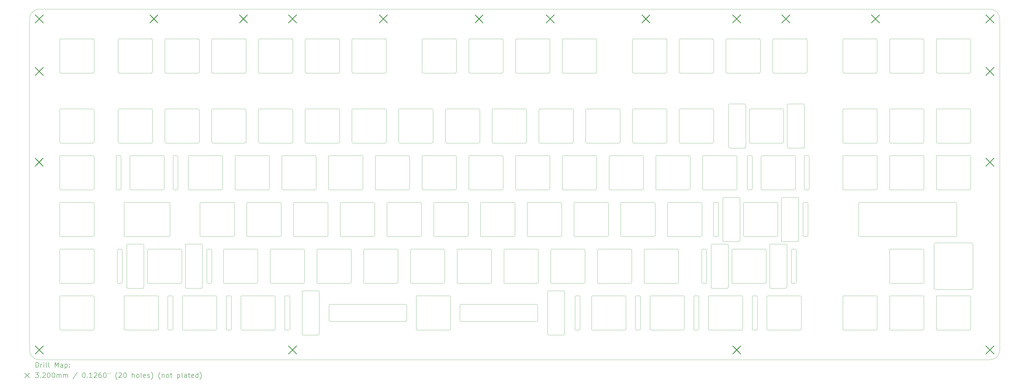
<source format=gbr>
%FSLAX45Y45*%
G04 Gerber Fmt 4.5, Leading zero omitted, Abs format (unit mm)*
G04 Created by KiCad (PCBNEW (6.0.0)) date 2022-03-09 15:54:17*
%MOMM*%
%LPD*%
G01*
G04 APERTURE LIST*
%TA.AperFunction,Profile*%
%ADD10C,0.100000*%
%TD*%
%TA.AperFunction,Profile*%
%ADD11C,0.050000*%
%TD*%
%ADD12C,0.200000*%
%ADD13C,0.320000*%
G04 APERTURE END LIST*
D10*
X16709470Y-19303045D02*
X16709470Y-19903045D01*
X13592700Y-19253045D02*
X16659470Y-19253045D01*
X13542700Y-19903045D02*
X13542700Y-19303045D01*
X13592700Y-19953045D02*
X16659470Y-19953045D01*
X13542700Y-19903045D02*
G75*
G03*
X13592700Y-19953045I50000J0D01*
G01*
X13592700Y-19253045D02*
G75*
G03*
X13542700Y-19303045I0J-50000D01*
G01*
X16709470Y-19303045D02*
G75*
G03*
X16659470Y-19253045I-50000J0D01*
G01*
X16659470Y-19953045D02*
G75*
G03*
X16709470Y-19903045I0J50000D01*
G01*
X5187725Y-16445290D02*
G75*
G03*
X5237725Y-16495290I50000J0D01*
G01*
X5237725Y-16495290D02*
X7013975Y-16495050D01*
X5237725Y-15095290D02*
X7013975Y-15095050D01*
X5187725Y-15145290D02*
X5187725Y-16445290D01*
X5237725Y-15095290D02*
G75*
G03*
X5187725Y-15145290I0J-50000D01*
G01*
X21993300Y-19255615D02*
X18926530Y-19255615D01*
X22043300Y-19305615D02*
G75*
G03*
X21993300Y-19255615I-50000J0D01*
G01*
X18876530Y-19905615D02*
X18876530Y-19305615D01*
X18926530Y-19255615D02*
G75*
G03*
X18876530Y-19305615I0J-50000D01*
G01*
X21993300Y-19955615D02*
G75*
G03*
X22043300Y-19905615I0J50000D01*
G01*
X18876530Y-19905615D02*
G75*
G03*
X18926530Y-19955615I50000J0D01*
G01*
X22043300Y-19305615D02*
X22043300Y-19905615D01*
X21993300Y-19955615D02*
X18926530Y-19955615D01*
X34477100Y-13239930D02*
X34477100Y-14539930D01*
X34527100Y-13189930D02*
X35827100Y-13189930D01*
X36382100Y-13239930D02*
X36382100Y-14539930D01*
X39687100Y-13239930D02*
X39687100Y-14539930D01*
X37782100Y-13239930D02*
G75*
G03*
X37732100Y-13189930I-50000J0D01*
G01*
X37732100Y-14589930D02*
G75*
G03*
X37782100Y-14539930I0J50000D01*
G01*
X35877100Y-13239930D02*
G75*
G03*
X35827100Y-13189930I-50000J0D01*
G01*
X39637100Y-14589930D02*
G75*
G03*
X39687100Y-14539930I0J50000D01*
G01*
X38287100Y-13239930D02*
X38287100Y-14539930D01*
X38337100Y-13189930D02*
X39637100Y-13189930D01*
X35877100Y-13239930D02*
X35877100Y-14539930D01*
X34527100Y-14589930D02*
X35827100Y-14589930D01*
X39687100Y-13239930D02*
G75*
G03*
X39637100Y-13189930I-50000J0D01*
G01*
X37782100Y-13239930D02*
X37782100Y-14539930D01*
X38337100Y-13189930D02*
G75*
G03*
X38287100Y-13239930I0J-50000D01*
G01*
X36432100Y-13189930D02*
X37732100Y-13189930D01*
X36432100Y-13189930D02*
G75*
G03*
X36382100Y-13239930I0J-50000D01*
G01*
X36382100Y-14539930D02*
G75*
G03*
X36432100Y-14589930I50000J0D01*
G01*
X36432100Y-14589930D02*
X37732100Y-14589930D01*
X38337100Y-14589930D02*
X39637100Y-14589930D01*
X35827100Y-14589930D02*
G75*
G03*
X35877100Y-14539930I0J50000D01*
G01*
X34477100Y-14539930D02*
G75*
G03*
X34527100Y-14589930I50000J0D01*
G01*
X38287100Y-14539930D02*
G75*
G03*
X38337100Y-14589930I50000J0D01*
G01*
X34527100Y-13189930D02*
G75*
G03*
X34477100Y-13239930I0J-50000D01*
G01*
X36382100Y-8477730D02*
X36382100Y-9777730D01*
X37782100Y-8477730D02*
G75*
G03*
X37732100Y-8427730I-50000J0D01*
G01*
X37732100Y-9827730D02*
G75*
G03*
X37782100Y-9777730I0J50000D01*
G01*
X37782100Y-8477730D02*
X37782100Y-9777730D01*
X36432100Y-8427730D02*
X37732100Y-8427730D01*
X36432100Y-8427730D02*
G75*
G03*
X36382100Y-8477730I0J-50000D01*
G01*
X36382100Y-9777730D02*
G75*
G03*
X36432100Y-9827730I50000J0D01*
G01*
X36432100Y-9827730D02*
X37732100Y-9827730D01*
X30523300Y-11134570D02*
G75*
G03*
X30473300Y-11084570I-50000J0D01*
G01*
X29873300Y-11084570D02*
G75*
G03*
X29823300Y-11134570I0J-50000D01*
G01*
X29823300Y-12835050D02*
X29823300Y-11134570D01*
X30523300Y-12835050D02*
X30523300Y-11134570D01*
X29873300Y-11084570D02*
X30473300Y-11084570D01*
X32910900Y-11134570D02*
G75*
G03*
X32860900Y-11084570I-50000J0D01*
G01*
X32260900Y-11084570D02*
G75*
G03*
X32210900Y-11134570I0J-50000D01*
G01*
X32260900Y-11084570D02*
X32860900Y-11084570D01*
X6191770Y-18399690D02*
X7491770Y-18399690D01*
X6191770Y-16999690D02*
G75*
G03*
X6141770Y-17049690I0J-50000D01*
G01*
X6141770Y-17049690D02*
X6141770Y-18349690D01*
X6141770Y-18349690D02*
G75*
G03*
X6191770Y-18399690I50000J0D01*
G01*
X7491770Y-18399690D02*
G75*
G03*
X7541770Y-18349690I0J50000D01*
G01*
X7541770Y-17049690D02*
G75*
G03*
X7491770Y-16999690I-50000J0D01*
G01*
X7541770Y-17049690D02*
X7541770Y-18349690D01*
X6191770Y-16999690D02*
X7491770Y-16999690D01*
X13093975Y-18703610D02*
X12493975Y-18703610D01*
X13143975Y-18753610D02*
G75*
G03*
X13093975Y-18703610I-50000J0D01*
G01*
X12493975Y-18703610D02*
G75*
G03*
X12443975Y-18753610I0J-50000D01*
G01*
X23093975Y-18703610D02*
X22493975Y-18703610D01*
X23143975Y-18753610D02*
G75*
G03*
X23093975Y-18703610I-50000J0D01*
G01*
X22493975Y-18703610D02*
G75*
G03*
X22443975Y-18753610I0J-50000D01*
G01*
X7023565Y-18904270D02*
G75*
G03*
X6973565Y-18954270I0J-50000D01*
G01*
X7183015Y-20254270D02*
X7183015Y-18954270D01*
X7023565Y-18904270D02*
X7133015Y-18904270D01*
X6973565Y-20254270D02*
G75*
G03*
X7023565Y-20304270I50000J0D01*
G01*
X7023565Y-20304270D02*
X7133015Y-20304270D01*
X7133015Y-20304270D02*
G75*
G03*
X7183015Y-20254270I0J50000D01*
G01*
X6973565Y-20254270D02*
X6973565Y-18954270D01*
X7183015Y-18954270D02*
G75*
G03*
X7133015Y-18904270I-50000J0D01*
G01*
X9354665Y-20254270D02*
X9354665Y-18954270D01*
X9404665Y-18904270D02*
G75*
G03*
X9354665Y-18954270I0J-50000D01*
G01*
X9564115Y-18954270D02*
G75*
G03*
X9514115Y-18904270I-50000J0D01*
G01*
X9354665Y-20254270D02*
G75*
G03*
X9404665Y-20304270I50000J0D01*
G01*
X9404665Y-20304270D02*
X9514115Y-20304270D01*
X9564115Y-20254270D02*
X9564115Y-18954270D01*
X9404665Y-18904270D02*
X9514115Y-18904270D01*
X9514115Y-20304270D02*
G75*
G03*
X9564115Y-20254270I0J50000D01*
G01*
X11785765Y-18904270D02*
G75*
G03*
X11735765Y-18954270I0J-50000D01*
G01*
X11945215Y-18954270D02*
G75*
G03*
X11895215Y-18904270I-50000J0D01*
G01*
X11735765Y-20254270D02*
G75*
G03*
X11785765Y-20304270I50000J0D01*
G01*
X11945215Y-20254270D02*
X11945215Y-18954270D01*
X11785765Y-20304270D02*
X11895215Y-20304270D01*
X11785765Y-18904270D02*
X11895215Y-18904270D01*
X11735765Y-20254270D02*
X11735765Y-18954270D01*
X11895215Y-20304270D02*
G75*
G03*
X11945215Y-20254270I0J50000D01*
G01*
X30944015Y-20304270D02*
G75*
G03*
X30994015Y-20254270I0J50000D01*
G01*
X30834565Y-18904270D02*
G75*
G03*
X30784565Y-18954270I0J-50000D01*
G01*
X30994015Y-20254270D02*
X30994015Y-18954270D01*
X30834565Y-20304270D02*
X30944015Y-20304270D01*
X30994015Y-18954270D02*
G75*
G03*
X30944015Y-18904270I-50000J0D01*
G01*
X30784565Y-20254270D02*
X30784565Y-18954270D01*
X30784565Y-20254270D02*
G75*
G03*
X30834565Y-20304270I50000J0D01*
G01*
X30834565Y-18904270D02*
X30944015Y-18904270D01*
X28453465Y-18904270D02*
X28562915Y-18904270D01*
X28403465Y-20254270D02*
X28403465Y-18954270D01*
X28403465Y-20254270D02*
G75*
G03*
X28453465Y-20304270I50000J0D01*
G01*
X28453465Y-18904270D02*
G75*
G03*
X28403465Y-18954270I0J-50000D01*
G01*
X28562915Y-20304270D02*
G75*
G03*
X28612915Y-20254270I0J50000D01*
G01*
X28453465Y-20304270D02*
X28562915Y-20304270D01*
X28612915Y-18954270D02*
G75*
G03*
X28562915Y-18904270I-50000J0D01*
G01*
X28612915Y-20254270D02*
X28612915Y-18954270D01*
X26072365Y-18904270D02*
G75*
G03*
X26022365Y-18954270I0J-50000D01*
G01*
X26022365Y-20254270D02*
X26022365Y-18954270D01*
X26231815Y-20254270D02*
X26231815Y-18954270D01*
X26231815Y-18954270D02*
G75*
G03*
X26181815Y-18904270I-50000J0D01*
G01*
X26072365Y-18904270D02*
X26181815Y-18904270D01*
X26022365Y-20254270D02*
G75*
G03*
X26072365Y-20304270I50000J0D01*
G01*
X26181815Y-20304270D02*
G75*
G03*
X26231815Y-20254270I0J50000D01*
G01*
X26072365Y-20304270D02*
X26181815Y-20304270D01*
X8254480Y-8477550D02*
G75*
G03*
X8204480Y-8427550I-50000J0D01*
G01*
X6854480Y-8477550D02*
X6854480Y-9777550D01*
X8254480Y-8477550D02*
X8254480Y-9777550D01*
X6904480Y-8427550D02*
G75*
G03*
X6854480Y-8477550I0J-50000D01*
G01*
X6904480Y-8427550D02*
X8204480Y-8427550D01*
X6904480Y-9827550D02*
X8204480Y-9827550D01*
X8204480Y-9827550D02*
G75*
G03*
X8254480Y-9777550I0J50000D01*
G01*
X6854480Y-9777550D02*
G75*
G03*
X6904480Y-9827550I50000J0D01*
G01*
X7735570Y-16799210D02*
X8335570Y-16799210D01*
X5347970Y-18599690D02*
X5947970Y-18599690D01*
X7735570Y-18599690D02*
X8335570Y-18599690D01*
X8385570Y-16849210D02*
G75*
G03*
X8335570Y-16799210I-50000J0D01*
G01*
X5997970Y-18549690D02*
X5997970Y-16849210D01*
X5947970Y-18599690D02*
G75*
G03*
X5997970Y-18549690I0J50000D01*
G01*
X5297970Y-18549690D02*
G75*
G03*
X5347970Y-18599690I50000J0D01*
G01*
X7685570Y-18549690D02*
G75*
G03*
X7735570Y-18599690I50000J0D01*
G01*
X5297970Y-18549690D02*
X5297970Y-16849210D01*
X7735570Y-16799210D02*
G75*
G03*
X7685570Y-16849210I0J-50000D01*
G01*
X8335570Y-18599690D02*
G75*
G03*
X8385570Y-18549690I0J50000D01*
G01*
X7685570Y-16849210D02*
X7685570Y-18549690D01*
X8385570Y-16849210D02*
X8385570Y-18549690D01*
X5997970Y-16849210D02*
G75*
G03*
X5947970Y-16799210I-50000J0D01*
G01*
X5347970Y-16799210D02*
X5947970Y-16799210D01*
X5347970Y-16799210D02*
G75*
G03*
X5297970Y-16849210I0J-50000D01*
G01*
X13093975Y-20505050D02*
X12493975Y-20505050D01*
X13093975Y-20505050D02*
G75*
G03*
X13143975Y-20455050I0J50000D01*
G01*
X12443975Y-20455050D02*
G75*
G03*
X12493975Y-20505050I50000J0D01*
G01*
X23093975Y-20505050D02*
G75*
G03*
X23143975Y-20455050I0J50000D01*
G01*
X22443975Y-20455050D02*
G75*
G03*
X22493975Y-20505050I50000J0D01*
G01*
X23093975Y-20505050D02*
X22493975Y-20505050D01*
X30478990Y-16494810D02*
X31778990Y-16494810D01*
X31828990Y-15144810D02*
G75*
G03*
X31778990Y-15094810I-50000J0D01*
G01*
X30478990Y-15094810D02*
X31778990Y-15094810D01*
X30235190Y-16694810D02*
G75*
G03*
X30285190Y-16644810I0J50000D01*
G01*
X29635190Y-16694810D02*
X30235190Y-16694810D01*
X31972790Y-16644810D02*
G75*
G03*
X32022790Y-16694810I50000J0D01*
G01*
X31972790Y-14944330D02*
X31972790Y-16644810D01*
X32672790Y-14944330D02*
X32672790Y-16644810D01*
X32022790Y-16694810D02*
X32622790Y-16694810D01*
X31778990Y-16494810D02*
G75*
G03*
X31828990Y-16444810I0J50000D01*
G01*
X30478990Y-15094810D02*
G75*
G03*
X30428990Y-15144810I0J-50000D01*
G01*
X32622790Y-16694810D02*
G75*
G03*
X32672790Y-16644810I0J50000D01*
G01*
X31828990Y-15144810D02*
X31828990Y-16444810D01*
X29585190Y-16644810D02*
G75*
G03*
X29635190Y-16694810I50000J0D01*
G01*
X30428990Y-15144810D02*
X30428990Y-16444810D01*
X30428990Y-16444810D02*
G75*
G03*
X30478990Y-16494810I50000J0D01*
G01*
X32022790Y-14894330D02*
G75*
G03*
X31972790Y-14944330I0J-50000D01*
G01*
X30285190Y-16644810D02*
X30285190Y-14944330D01*
X29635190Y-14894330D02*
G75*
G03*
X29585190Y-14944330I0J-50000D01*
G01*
X32672790Y-14944330D02*
G75*
G03*
X32622790Y-14894330I-50000J0D01*
G01*
X29585190Y-16644810D02*
X29585190Y-14944330D01*
X32022790Y-14894330D02*
X32622790Y-14894330D01*
X30285190Y-14944330D02*
G75*
G03*
X30235190Y-14894330I-50000J0D01*
G01*
X29635190Y-14894330D02*
X30235190Y-14894330D01*
X30002770Y-16999690D02*
G75*
G03*
X29952770Y-17049690I0J-50000D01*
G01*
X31546570Y-16799210D02*
X32146570Y-16799210D01*
X29808970Y-16849210D02*
G75*
G03*
X29758970Y-16799210I-50000J0D01*
G01*
X29758970Y-18599690D02*
G75*
G03*
X29808970Y-18549690I0J50000D01*
G01*
X31496570Y-18549690D02*
G75*
G03*
X31546570Y-18599690I50000J0D01*
G01*
X31546570Y-18599690D02*
X32146570Y-18599690D01*
X31352770Y-17049690D02*
X31352770Y-18349690D01*
X31546570Y-16799210D02*
G75*
G03*
X31496570Y-16849210I0J-50000D01*
G01*
X29158970Y-16799210D02*
G75*
G03*
X29108970Y-16849210I0J-50000D01*
G01*
X29108970Y-18549690D02*
X29108970Y-16849210D01*
X29158970Y-16799210D02*
X29758970Y-16799210D01*
X30002770Y-16999690D02*
X31302770Y-16999690D01*
X29108970Y-18549690D02*
G75*
G03*
X29158970Y-18599690I50000J0D01*
G01*
X31496570Y-16849210D02*
X31496570Y-18549690D01*
X29952770Y-17049690D02*
X29952770Y-18349690D01*
X29952770Y-18349690D02*
G75*
G03*
X30002770Y-18399690I50000J0D01*
G01*
X31302770Y-18399690D02*
G75*
G03*
X31352770Y-18349690I0J50000D01*
G01*
X29158970Y-18599690D02*
X29758970Y-18599690D01*
X29808970Y-18549690D02*
X29808970Y-16849210D01*
X32196570Y-16849210D02*
X32196570Y-18549690D01*
X30002770Y-18399690D02*
X31302770Y-18399690D01*
X32146570Y-18599690D02*
G75*
G03*
X32196570Y-18549690I0J50000D01*
G01*
X31352770Y-17049690D02*
G75*
G03*
X31302770Y-16999690I-50000J0D01*
G01*
X32196570Y-16849210D02*
G75*
G03*
X32146570Y-16799210I-50000J0D01*
G01*
X26352100Y-13240050D02*
G75*
G03*
X26302100Y-13190050I-50000J0D01*
G01*
X12014600Y-9827550D02*
G75*
G03*
X12064600Y-9777550I0J50000D01*
G01*
X17382100Y-8427550D02*
G75*
G03*
X17332100Y-8477550I0J-50000D01*
G01*
X10109600Y-12685050D02*
G75*
G03*
X10159600Y-12635050I0J50000D01*
G01*
X37782100Y-18955050D02*
G75*
G03*
X37732100Y-18905050I-50000J0D01*
G01*
X2618350Y-17000050D02*
X3918350Y-17000050D01*
X17332100Y-14540050D02*
G75*
G03*
X17382100Y-14590050I50000J0D01*
G01*
X22065850Y-17050050D02*
G75*
G03*
X22015850Y-17000050I-50000J0D01*
G01*
X11140850Y-17050050D02*
X11140850Y-18350050D01*
X16429600Y-11285050D02*
X17729600Y-11285050D01*
X30667100Y-11335050D02*
X30667100Y-12635050D01*
X24525850Y-17000050D02*
G75*
G03*
X24475850Y-17050050I0J-50000D01*
G01*
X12093350Y-16445050D02*
G75*
G03*
X12143350Y-16495050I50000J0D01*
G01*
D11*
X40472400Y-7222670D02*
X1739840Y-7222670D01*
D10*
X16905850Y-17000050D02*
X18205850Y-17000050D01*
X13522100Y-14540050D02*
G75*
G03*
X13572100Y-14590050I50000J0D01*
G01*
X23611655Y-18904270D02*
X23721105Y-18904270D01*
X31619600Y-9777550D02*
G75*
G03*
X31669600Y-9827550I50000J0D01*
G01*
X4915850Y-13190050D02*
G75*
G03*
X4865850Y-13240050I0J-50000D01*
G01*
X26380850Y-18350050D02*
G75*
G03*
X26430850Y-18400050I50000J0D01*
G01*
X8809600Y-8427550D02*
X10109600Y-8427550D01*
X19287100Y-14590050D02*
X20587100Y-14590050D01*
X3968350Y-15145050D02*
G75*
G03*
X3918350Y-15095050I-50000J0D01*
G01*
X19287100Y-13190050D02*
G75*
G03*
X19237100Y-13240050I0J-50000D01*
G01*
X25954600Y-8427550D02*
G75*
G03*
X25904600Y-8477550I0J-50000D01*
G01*
X25399600Y-11335050D02*
G75*
G03*
X25349600Y-11285050I-50000J0D01*
G01*
X23444600Y-12685050D02*
G75*
G03*
X23494600Y-12635050I0J50000D01*
G01*
X24447100Y-8477550D02*
X24447100Y-9777550D01*
X39778490Y-18572520D02*
X39778490Y-16826380D01*
X32067100Y-11335050D02*
X32067100Y-12635050D01*
X16905850Y-17000050D02*
G75*
G03*
X16855850Y-17050050I0J-50000D01*
G01*
X2568350Y-20255050D02*
G75*
G03*
X2618350Y-20305050I50000J0D01*
G01*
X19763350Y-16495050D02*
X21063350Y-16495050D01*
X25904600Y-11335050D02*
X25904600Y-12635050D01*
X32953350Y-13190050D02*
X33053350Y-13190050D01*
X38287100Y-20255050D02*
G75*
G03*
X38337100Y-20305050I50000J0D01*
G01*
X22443975Y-18753610D02*
X22443975Y-20455050D01*
X32953350Y-14590050D02*
X33053350Y-14590050D01*
X23970850Y-17050050D02*
G75*
G03*
X23920850Y-17000050I-50000J0D01*
G01*
X12619600Y-12685050D02*
X13919600Y-12685050D01*
X16777100Y-14590050D02*
G75*
G03*
X16827100Y-14540050I0J50000D01*
G01*
X27859600Y-9827550D02*
X29159600Y-9827550D01*
X21192100Y-14590050D02*
X22492100Y-14590050D01*
X22065850Y-17050050D02*
X22065850Y-18350050D01*
X19237100Y-13240050D02*
X19237100Y-14540050D01*
X4965225Y-17000050D02*
X5065225Y-17000050D01*
X5065850Y-13240050D02*
G75*
G03*
X5015850Y-13190050I-50000J0D01*
G01*
X36382100Y-18350050D02*
G75*
G03*
X36432100Y-18400050I50000J0D01*
G01*
X3968350Y-8477550D02*
G75*
G03*
X3918350Y-8427550I-50000J0D01*
G01*
X39687100Y-11335050D02*
G75*
G03*
X39637100Y-11285050I-50000J0D01*
G01*
X26352100Y-13240050D02*
X26352100Y-14540050D01*
X25904600Y-9777550D02*
G75*
G03*
X25954600Y-9827550I50000J0D01*
G01*
X12619600Y-9827550D02*
X13919600Y-9827550D01*
X36432100Y-18400050D02*
X37732100Y-18400050D01*
X20160850Y-17050050D02*
X20160850Y-18350050D01*
X18760850Y-17050050D02*
X18760850Y-18350050D01*
X23523350Y-16445050D02*
G75*
G03*
X23573350Y-16495050I50000J0D01*
G01*
X21668350Y-16495050D02*
X22968350Y-16495050D01*
X10188350Y-15145050D02*
X10188350Y-16445050D01*
X34527100Y-18905050D02*
X35827100Y-18905050D01*
X35877100Y-18955050D02*
X35877100Y-20255050D01*
X15477100Y-14590050D02*
X16777100Y-14590050D01*
X16827100Y-13240050D02*
G75*
G03*
X16777100Y-13190050I-50000J0D01*
G01*
X39114160Y-15144930D02*
G75*
G03*
X39064160Y-15094930I-50000J0D01*
G01*
X14474600Y-11335050D02*
X14474600Y-12635050D01*
X22542100Y-13240050D02*
G75*
G03*
X22492100Y-13190050I-50000J0D01*
G01*
X7857100Y-13190050D02*
G75*
G03*
X7807100Y-13240050I0J-50000D01*
G01*
X36382100Y-12635050D02*
G75*
G03*
X36432100Y-12685050I50000J0D01*
G01*
X21618350Y-15145050D02*
X21618350Y-16445050D01*
X14922100Y-13240050D02*
X14922100Y-14540050D01*
X34477100Y-12635050D02*
G75*
G03*
X34527100Y-12685050I50000J0D01*
G01*
X20715850Y-17000050D02*
G75*
G03*
X20665850Y-17050050I0J-50000D01*
G01*
X23573350Y-16495050D02*
X24873350Y-16495050D01*
X31193350Y-13190050D02*
G75*
G03*
X31143350Y-13240050I0J-50000D01*
G01*
X2568350Y-16445050D02*
G75*
G03*
X2618350Y-16495050I50000J0D01*
G01*
X13969600Y-11335050D02*
G75*
G03*
X13919600Y-11285050I-50000J0D01*
G01*
X9235850Y-18350050D02*
G75*
G03*
X9285850Y-18400050I50000J0D01*
G01*
X3968350Y-15145050D02*
X3968350Y-16445050D01*
X12967100Y-14590050D02*
G75*
G03*
X13017100Y-14540050I0J50000D01*
G01*
X6587725Y-18955050D02*
X6587725Y-20255050D01*
X2618350Y-15095050D02*
X3918350Y-15095050D01*
X28762100Y-14540050D02*
G75*
G03*
X28812100Y-14590050I50000J0D01*
G01*
X16350850Y-17050050D02*
G75*
G03*
X16300850Y-17000050I-50000J0D01*
G01*
X22620850Y-18400050D02*
X23920850Y-18400050D01*
X26907100Y-13190050D02*
G75*
G03*
X26857100Y-13240050I0J-50000D01*
G01*
X30350225Y-20305050D02*
G75*
G03*
X30400225Y-20255050I0J50000D01*
G01*
X23999600Y-11335050D02*
X23999600Y-12635050D01*
X25478350Y-15095050D02*
G75*
G03*
X25428350Y-15145050I0J-50000D01*
G01*
X38337100Y-12685050D02*
X39637100Y-12685050D01*
X26907100Y-14590050D02*
X28207100Y-14590050D01*
X29253975Y-16495050D02*
X29353975Y-16495050D01*
X23611655Y-20304270D02*
X23721105Y-20304270D01*
X10159600Y-11335050D02*
X10159600Y-12635050D01*
X32860900Y-12885050D02*
G75*
G03*
X32910900Y-12835050I0J50000D01*
G01*
X23920850Y-18400050D02*
G75*
G03*
X23970850Y-18350050I0J50000D01*
G01*
X25002100Y-14590050D02*
X26302100Y-14590050D01*
X11350225Y-18955050D02*
G75*
G03*
X11300225Y-18905050I-50000J0D01*
G01*
X3968350Y-17050050D02*
X3968350Y-18350050D01*
X22542100Y-8477550D02*
X22542100Y-9777550D01*
X28018975Y-18955050D02*
X28018975Y-20255050D01*
X23561655Y-20254270D02*
X23561655Y-18954270D01*
X27859600Y-8427550D02*
G75*
G03*
X27809600Y-8477550I0J-50000D01*
G01*
X14048350Y-16495050D02*
X15348350Y-16495050D01*
X27254600Y-12685050D02*
G75*
G03*
X27304600Y-12635050I0J50000D01*
G01*
X18334600Y-11285050D02*
X19634600Y-11285050D01*
X29159600Y-12685050D02*
G75*
G03*
X29209600Y-12635050I0J50000D01*
G01*
X30400225Y-18955050D02*
G75*
G03*
X30350225Y-18905050I-50000J0D01*
G01*
X28727725Y-17050050D02*
X28727725Y-18350050D01*
X18443975Y-20305050D02*
G75*
G03*
X18493975Y-20255050I0J50000D01*
G01*
X30162100Y-13240050D02*
X30162100Y-14540050D01*
X10238350Y-16495050D02*
X11538350Y-16495050D01*
X6349600Y-11335050D02*
G75*
G03*
X6299600Y-11285050I-50000J0D01*
G01*
X13095850Y-17000050D02*
X14395850Y-17000050D01*
X10664600Y-8477550D02*
X10664600Y-9777550D01*
X2618350Y-8427550D02*
G75*
G03*
X2568350Y-8477550I0J-50000D01*
G01*
X31143350Y-14540050D02*
G75*
G03*
X31193350Y-14590050I50000J0D01*
G01*
X13017100Y-13240050D02*
X13017100Y-14540050D01*
X21589600Y-11335050D02*
G75*
G03*
X21539600Y-11285050I-50000J0D01*
G01*
X35175030Y-16494930D02*
X39064160Y-16494930D01*
X21668350Y-15095050D02*
G75*
G03*
X21618350Y-15145050I0J-50000D01*
G01*
X24397100Y-14590050D02*
G75*
G03*
X24447100Y-14540050I0J50000D01*
G01*
X13998350Y-16445050D02*
G75*
G03*
X14048350Y-16495050I50000J0D01*
G01*
X11588350Y-15145050D02*
X11588350Y-16445050D01*
X16855850Y-18350050D02*
G75*
G03*
X16905850Y-18400050I50000J0D01*
G01*
X27304600Y-8477550D02*
X27304600Y-9777550D01*
X13493350Y-15145050D02*
X13493350Y-16445050D01*
X11112100Y-13240050D02*
G75*
G03*
X11062100Y-13190050I-50000J0D01*
G01*
X17858350Y-15095050D02*
X19158350Y-15095050D01*
X16827100Y-13240050D02*
X16827100Y-14540050D01*
X20110850Y-18400050D02*
G75*
G03*
X20160850Y-18350050I0J50000D01*
G01*
X23097100Y-13190050D02*
X24397100Y-13190050D01*
D11*
X1739840Y-21509270D02*
X40472400Y-21509270D01*
D10*
X37782100Y-17050050D02*
G75*
G03*
X37732100Y-17000050I-50000J0D01*
G01*
X19684600Y-11335050D02*
X19684600Y-12635050D01*
X2618350Y-18905050D02*
G75*
G03*
X2568350Y-18955050I0J-50000D01*
G01*
X20587100Y-9827550D02*
G75*
G03*
X20637100Y-9777550I0J50000D01*
G01*
X15874600Y-8477550D02*
X15874600Y-9777550D01*
X26668975Y-18905050D02*
X27968975Y-18905050D01*
X14524600Y-8427550D02*
G75*
G03*
X14474600Y-8477550I0J-50000D01*
G01*
X33053975Y-15145050D02*
G75*
G03*
X33003975Y-15095050I-50000J0D01*
G01*
X12143350Y-16495050D02*
X13443350Y-16495050D01*
X17382100Y-13190050D02*
X18682100Y-13190050D01*
X19287100Y-13190050D02*
X20587100Y-13190050D01*
X37732100Y-12685050D02*
G75*
G03*
X37782100Y-12635050I0J50000D01*
G01*
X22542100Y-13240050D02*
X22542100Y-14540050D01*
X28733350Y-15145050D02*
G75*
G03*
X28683350Y-15095050I-50000J0D01*
G01*
X27254600Y-9827550D02*
G75*
G03*
X27304600Y-9777550I0J50000D01*
G01*
X33003975Y-16495050D02*
G75*
G03*
X33053975Y-16445050I0J50000D01*
G01*
X6349600Y-11335050D02*
X6349600Y-12635050D01*
X4999600Y-11285050D02*
G75*
G03*
X4949600Y-11335050I0J-50000D01*
G01*
X21192100Y-13190050D02*
G75*
G03*
X21142100Y-13240050I0J-50000D01*
G01*
X5475850Y-13190050D02*
X6775850Y-13190050D01*
X29050225Y-18905050D02*
G75*
G03*
X29000225Y-18955050I0J-50000D01*
G01*
X6537725Y-20305050D02*
G75*
G03*
X6587725Y-20255050I0J50000D01*
G01*
X27809600Y-11335050D02*
X27809600Y-12635050D01*
X32543350Y-13240050D02*
X32543350Y-14540050D01*
X7568975Y-18955050D02*
X7568975Y-20255050D01*
X38287100Y-8477550D02*
X38287100Y-9777550D01*
X12064600Y-11335050D02*
X12064600Y-12635050D01*
X25637725Y-18955050D02*
X25637725Y-20255050D01*
X11667100Y-13190050D02*
G75*
G03*
X11617100Y-13240050I0J-50000D01*
G01*
X27304600Y-8477550D02*
G75*
G03*
X27254600Y-8427550I-50000J0D01*
G01*
X15903350Y-16445050D02*
G75*
G03*
X15953350Y-16495050I50000J0D01*
G01*
D11*
X1739840Y-7222670D02*
G75*
G03*
X1342990Y-7619520I0J-396850D01*
G01*
D10*
X10664600Y-12635050D02*
G75*
G03*
X10714600Y-12685050I50000J0D01*
G01*
X25875850Y-17050050D02*
X25875850Y-18350050D01*
X11062100Y-14590050D02*
G75*
G03*
X11112100Y-14540050I0J50000D01*
G01*
X3968350Y-13240050D02*
G75*
G03*
X3918350Y-13190050I-50000J0D01*
G01*
X23143975Y-18753610D02*
X23143975Y-20455050D01*
X6854600Y-11335050D02*
X6854600Y-12635050D01*
X2568350Y-14540050D02*
G75*
G03*
X2618350Y-14590050I50000J0D01*
G01*
X4999600Y-8427550D02*
X6299600Y-8427550D01*
X17093975Y-20255050D02*
G75*
G03*
X17143975Y-20305050I50000J0D01*
G01*
X3968350Y-13240050D02*
X3968350Y-14540050D01*
X12619600Y-11285050D02*
X13919600Y-11285050D01*
X32969600Y-9827550D02*
G75*
G03*
X33019600Y-9777550I0J50000D01*
G01*
X23523350Y-15145050D02*
X23523350Y-16445050D01*
X38191090Y-16826380D02*
X38191090Y-18572520D01*
X26907100Y-13190050D02*
X28207100Y-13190050D01*
X12064600Y-8477550D02*
X12064600Y-9777550D01*
X35175030Y-15094930D02*
G75*
G03*
X35125030Y-15144930I0J-50000D01*
G01*
X19287100Y-8427550D02*
X20587100Y-8427550D01*
X29403975Y-15145050D02*
X29403975Y-16445050D01*
X20239600Y-11285050D02*
X21539600Y-11285050D01*
X30633350Y-13190050D02*
X30733350Y-13190050D01*
X28733350Y-15145050D02*
X28733350Y-16445050D01*
X2618350Y-12685050D02*
X3918350Y-12685050D01*
X15398350Y-15145050D02*
G75*
G03*
X15348350Y-15095050I-50000J0D01*
G01*
X4949600Y-11335050D02*
X4949600Y-12635050D01*
X6299600Y-12685050D02*
G75*
G03*
X6349600Y-12635050I0J50000D01*
G01*
X27968975Y-20305050D02*
G75*
G03*
X28018975Y-20255050I0J50000D01*
G01*
X2618350Y-11285050D02*
G75*
G03*
X2568350Y-11335050I0J-50000D01*
G01*
X9235850Y-17050050D02*
X9235850Y-18350050D01*
X36432100Y-17000050D02*
X37732100Y-17000050D01*
X26618975Y-20255050D02*
G75*
G03*
X26668975Y-20305050I50000J0D01*
G01*
X5425850Y-13240050D02*
X5425850Y-14540050D01*
X19208350Y-15145050D02*
X19208350Y-16445050D01*
X8968975Y-18955050D02*
G75*
G03*
X8918975Y-18905050I-50000J0D01*
G01*
X35877100Y-8477550D02*
G75*
G03*
X35827100Y-8427550I-50000J0D01*
G01*
X25002100Y-13190050D02*
X26302100Y-13190050D01*
X32427725Y-17000050D02*
X32527725Y-17000050D01*
X13969600Y-11335050D02*
X13969600Y-12635050D01*
X35877100Y-11335050D02*
X35877100Y-12635050D01*
X35125030Y-16444930D02*
G75*
G03*
X35175030Y-16494930I50000J0D01*
G01*
X14524600Y-11285050D02*
G75*
G03*
X14474600Y-11335050I0J-50000D01*
G01*
X15953350Y-16495050D02*
X17253350Y-16495050D01*
X27383350Y-15095050D02*
G75*
G03*
X27333350Y-15145050I0J-50000D01*
G01*
X15824600Y-12685050D02*
G75*
G03*
X15874600Y-12635050I0J50000D01*
G01*
X10714600Y-11285050D02*
G75*
G03*
X10664600Y-11335050I0J-50000D01*
G01*
X20637100Y-13240050D02*
X20637100Y-14540050D01*
X24525850Y-17000050D02*
X25825850Y-17000050D01*
X16379600Y-12635050D02*
G75*
G03*
X16429600Y-12685050I50000J0D01*
G01*
X26778350Y-16495050D02*
G75*
G03*
X26828350Y-16445050I0J50000D01*
G01*
X23494600Y-11335050D02*
G75*
G03*
X23444600Y-11285050I-50000J0D01*
G01*
X18682100Y-9827550D02*
G75*
G03*
X18732100Y-9777550I0J50000D01*
G01*
X7568975Y-20255050D02*
G75*
G03*
X7618975Y-20305050I50000J0D01*
G01*
X18810850Y-17000050D02*
G75*
G03*
X18760850Y-17050050I0J-50000D01*
G01*
X20587100Y-14590050D02*
G75*
G03*
X20637100Y-14540050I0J50000D01*
G01*
X10000225Y-18905050D02*
G75*
G03*
X9950225Y-18955050I0J-50000D01*
G01*
X38337100Y-20305050D02*
X39637100Y-20305050D01*
X6349600Y-8477550D02*
G75*
G03*
X6299600Y-8427550I-50000J0D01*
G01*
X37782100Y-11335050D02*
X37782100Y-12635050D01*
X29353975Y-16495050D02*
G75*
G03*
X29403975Y-16445050I0J50000D01*
G01*
X21142100Y-14540050D02*
G75*
G03*
X21192100Y-14590050I50000J0D01*
G01*
X10188350Y-16445050D02*
G75*
G03*
X10238350Y-16495050I50000J0D01*
G01*
X27809600Y-9777550D02*
G75*
G03*
X27859600Y-9827550I50000J0D01*
G01*
X17303350Y-15145050D02*
X17303350Y-16445050D01*
X14474600Y-8477550D02*
X14474600Y-9777550D01*
X28927725Y-17050050D02*
G75*
G03*
X28877725Y-17000050I-50000J0D01*
G01*
X4999600Y-8427550D02*
G75*
G03*
X4949600Y-8477550I0J-50000D01*
G01*
X2618350Y-18400050D02*
X3918350Y-18400050D01*
X2618350Y-18905050D02*
X3918350Y-18905050D01*
X10664600Y-11335050D02*
X10664600Y-12635050D01*
X8615225Y-17000050D02*
G75*
G03*
X8565225Y-17050050I0J-50000D01*
G01*
X38191090Y-18572520D02*
G75*
G03*
X38270460Y-18651890I79370J0D01*
G01*
X30473300Y-12885050D02*
G75*
G03*
X30523300Y-12835050I0J50000D01*
G01*
X33103350Y-13240050D02*
X33103350Y-14540050D01*
X9762100Y-13190050D02*
G75*
G03*
X9712100Y-13240050I0J-50000D01*
G01*
X26302100Y-14590050D02*
G75*
G03*
X26352100Y-14540050I0J50000D01*
G01*
X6904600Y-11285050D02*
G75*
G03*
X6854600Y-11335050I0J-50000D01*
G01*
X18682100Y-14590050D02*
G75*
G03*
X18732100Y-14540050I0J50000D01*
G01*
X33053350Y-14590050D02*
G75*
G03*
X33103350Y-14540050I0J50000D01*
G01*
X26380850Y-17050050D02*
X26380850Y-18350050D01*
X31064600Y-9827550D02*
G75*
G03*
X31114600Y-9777550I0J50000D01*
G01*
X7013975Y-16495050D02*
G75*
G03*
X7063975Y-16445050I0J50000D01*
G01*
X11588350Y-15145050D02*
G75*
G03*
X11538350Y-15095050I-50000J0D01*
G01*
X28257100Y-13240050D02*
X28257100Y-14540050D01*
X8333350Y-16495050D02*
X9633350Y-16495050D01*
X27859600Y-11285050D02*
X29159600Y-11285050D01*
X15874600Y-8477550D02*
G75*
G03*
X15824600Y-8427550I-50000J0D01*
G01*
X2568350Y-12635050D02*
G75*
G03*
X2618350Y-12685050I50000J0D01*
G01*
X11667100Y-13190050D02*
X12967100Y-13190050D01*
X34527100Y-9827550D02*
X35827100Y-9827550D01*
X12569600Y-8477550D02*
X12569600Y-9777550D01*
X8615225Y-18400050D02*
X8715225Y-18400050D01*
X20239600Y-12685050D02*
X21539600Y-12685050D01*
X11190850Y-17000050D02*
G75*
G03*
X11140850Y-17050050I0J-50000D01*
G01*
X32903975Y-15095050D02*
G75*
G03*
X32853975Y-15145050I0J-50000D01*
G01*
X26857100Y-14540050D02*
G75*
G03*
X26907100Y-14590050I50000J0D01*
G01*
X21142100Y-8477550D02*
X21142100Y-9777550D01*
X23721105Y-20304270D02*
G75*
G03*
X23771105Y-20254270I0J50000D01*
G01*
X10714600Y-11285050D02*
X12014600Y-11285050D01*
X28683350Y-16495050D02*
G75*
G03*
X28733350Y-16445050I0J50000D01*
G01*
X32853975Y-15145050D02*
X32853975Y-16445050D01*
X28257100Y-13240050D02*
G75*
G03*
X28207100Y-13190050I-50000J0D01*
G01*
X8715225Y-18400050D02*
G75*
G03*
X8765225Y-18350050I0J50000D01*
G01*
X15477100Y-13190050D02*
G75*
G03*
X15427100Y-13240050I0J-50000D01*
G01*
X20637100Y-13240050D02*
G75*
G03*
X20587100Y-13190050I-50000J0D01*
G01*
X2618350Y-16495050D02*
X3918350Y-16495050D01*
X36432100Y-11285050D02*
G75*
G03*
X36382100Y-11335050I0J-50000D01*
G01*
X31193350Y-13190050D02*
X32493350Y-13190050D01*
X9157100Y-14590050D02*
G75*
G03*
X9207100Y-14540050I0J50000D01*
G01*
X34527100Y-20305050D02*
X35827100Y-20305050D01*
X38270460Y-16747010D02*
G75*
G03*
X38191090Y-16826380I0J-79370D01*
G01*
X34477100Y-18955050D02*
X34477100Y-20255050D01*
X8204600Y-12685050D02*
G75*
G03*
X8254600Y-12635050I0J50000D01*
G01*
X7857100Y-13190050D02*
X9157100Y-13190050D01*
X19684600Y-11335050D02*
G75*
G03*
X19634600Y-11285050I-50000J0D01*
G01*
X21539600Y-12685050D02*
G75*
G03*
X21589600Y-12635050I0J50000D01*
G01*
X23097100Y-8427550D02*
G75*
G03*
X23047100Y-8477550I0J-50000D01*
G01*
X12569600Y-9777550D02*
G75*
G03*
X12619600Y-9827550I50000J0D01*
G01*
X30633350Y-13190050D02*
G75*
G03*
X30583350Y-13240050I0J-50000D01*
G01*
X27859600Y-8427550D02*
X29159600Y-8427550D01*
X38337100Y-11285050D02*
G75*
G03*
X38287100Y-11335050I0J-50000D01*
G01*
X32427725Y-18400050D02*
X32527725Y-18400050D01*
X24447100Y-8477550D02*
G75*
G03*
X24397100Y-8427550I-50000J0D01*
G01*
X18493975Y-18955050D02*
X18493975Y-20255050D01*
X21192100Y-13190050D02*
X22492100Y-13190050D01*
X31193350Y-14590050D02*
X32493350Y-14590050D01*
X29050225Y-20305050D02*
X30350225Y-20305050D01*
X34477100Y-11335050D02*
X34477100Y-12635050D01*
X4999600Y-12685050D02*
X6299600Y-12685050D01*
X37782100Y-17050050D02*
X37782100Y-18350050D01*
X29050225Y-18905050D02*
X30350225Y-18905050D01*
X18810850Y-17000050D02*
X20110850Y-17000050D01*
X32543350Y-13240050D02*
G75*
G03*
X32493350Y-13190050I-50000J0D01*
G01*
X20665850Y-17050050D02*
X20665850Y-18350050D01*
X31431475Y-18905050D02*
G75*
G03*
X31381475Y-18955050I0J-50000D01*
G01*
X24049600Y-11285050D02*
G75*
G03*
X23999600Y-11335050I0J-50000D01*
G01*
X18284600Y-12635050D02*
G75*
G03*
X18334600Y-12685050I50000J0D01*
G01*
X32903350Y-14540050D02*
G75*
G03*
X32953350Y-14590050I50000J0D01*
G01*
X31381475Y-18955050D02*
X31381475Y-20255050D01*
X32427725Y-17000050D02*
G75*
G03*
X32377725Y-17050050I0J-50000D01*
G01*
X2618350Y-9827550D02*
X3918350Y-9827550D01*
X23097100Y-13190050D02*
G75*
G03*
X23047100Y-13240050I0J-50000D01*
G01*
X14474600Y-9777550D02*
G75*
G03*
X14524600Y-9827550I50000J0D01*
G01*
X9633350Y-16495050D02*
G75*
G03*
X9683350Y-16445050I0J50000D01*
G01*
X31669600Y-8427550D02*
G75*
G03*
X31619600Y-8477550I0J-50000D01*
G01*
X37782100Y-18955050D02*
X37782100Y-20255050D01*
X11617100Y-13240050D02*
X11617100Y-14540050D01*
X32781475Y-18955050D02*
G75*
G03*
X32731475Y-18905050I-50000J0D01*
G01*
X21113350Y-15145050D02*
G75*
G03*
X21063350Y-15095050I-50000J0D01*
G01*
X4915850Y-13190050D02*
X5015850Y-13190050D01*
X24397100Y-9827550D02*
G75*
G03*
X24447100Y-9777550I0J50000D01*
G01*
X17858350Y-15095050D02*
G75*
G03*
X17808350Y-15145050I0J-50000D01*
G01*
X8759600Y-8477550D02*
X8759600Y-9777550D01*
X29403975Y-15145050D02*
G75*
G03*
X29353975Y-15095050I-50000J0D01*
G01*
X16379600Y-11335050D02*
X16379600Y-12635050D01*
X12619600Y-11285050D02*
G75*
G03*
X12569600Y-11335050I0J-50000D01*
G01*
X17332100Y-13240050D02*
X17332100Y-14540050D01*
X30717100Y-11285050D02*
G75*
G03*
X30667100Y-11335050I0J-50000D01*
G01*
X19237100Y-8477550D02*
X19237100Y-9777550D01*
X35877100Y-8477550D02*
X35877100Y-9777550D01*
X17808350Y-15145050D02*
X17808350Y-16445050D01*
X10000225Y-20305050D02*
X11300225Y-20305050D01*
X5115225Y-17050050D02*
G75*
G03*
X5065225Y-17000050I-50000J0D01*
G01*
X9712100Y-13240050D02*
X9712100Y-14540050D01*
X21589600Y-11335050D02*
X21589600Y-12635050D01*
X3968350Y-11335050D02*
X3968350Y-12635050D01*
X20239600Y-11285050D02*
G75*
G03*
X20189600Y-11335050I0J-50000D01*
G01*
X2618350Y-8427550D02*
X3918350Y-8427550D01*
X16300850Y-18400050D02*
G75*
G03*
X16350850Y-18350050I0J50000D01*
G01*
X24237725Y-18955050D02*
X24237725Y-20255050D01*
X25637725Y-18955050D02*
G75*
G03*
X25587725Y-18905050I-50000J0D01*
G01*
X14524600Y-8427550D02*
X15824600Y-8427550D01*
X10238350Y-15095050D02*
X11538350Y-15095050D01*
X17729600Y-12685050D02*
G75*
G03*
X17779600Y-12635050I0J50000D01*
G01*
X28777725Y-17000050D02*
X28877725Y-17000050D01*
X17382100Y-9827550D02*
X18682100Y-9827550D01*
X29764600Y-9827550D02*
X31064600Y-9827550D01*
X38287100Y-11335050D02*
X38287100Y-12635050D01*
X38337100Y-8427550D02*
X39637100Y-8427550D01*
X13572100Y-13190050D02*
X14872100Y-13190050D01*
X29000225Y-20255050D02*
G75*
G03*
X29050225Y-20305050I50000J0D01*
G01*
X30783350Y-13240050D02*
X30783350Y-14540050D01*
X19237100Y-9777550D02*
G75*
G03*
X19287100Y-9827550I50000J0D01*
G01*
X25954600Y-8427550D02*
X27254600Y-8427550D01*
X7618975Y-18905050D02*
G75*
G03*
X7568975Y-18955050I0J-50000D01*
G01*
X5187725Y-20255050D02*
G75*
G03*
X5237725Y-20305050I50000J0D01*
G01*
X12540850Y-17050050D02*
G75*
G03*
X12490850Y-17000050I-50000J0D01*
G01*
X4965225Y-18400050D02*
X5065225Y-18400050D01*
X13919600Y-12685050D02*
G75*
G03*
X13969600Y-12635050I0J50000D01*
G01*
X15874600Y-11335050D02*
G75*
G03*
X15824600Y-11285050I-50000J0D01*
G01*
X17808350Y-16445050D02*
G75*
G03*
X17858350Y-16495050I50000J0D01*
G01*
X2618350Y-14590050D02*
X3918350Y-14590050D01*
X23771105Y-18954270D02*
G75*
G03*
X23721105Y-18904270I-50000J0D01*
G01*
X29714600Y-8477550D02*
X29714600Y-9777550D01*
X6299600Y-9827550D02*
G75*
G03*
X6349600Y-9777550I0J50000D01*
G01*
X27730850Y-18400050D02*
G75*
G03*
X27780850Y-18350050I0J50000D01*
G01*
X24447100Y-13240050D02*
G75*
G03*
X24397100Y-13190050I-50000J0D01*
G01*
X2618350Y-13190050D02*
X3918350Y-13190050D01*
X9712100Y-14540050D02*
G75*
G03*
X9762100Y-14590050I50000J0D01*
G01*
X12014600Y-12685050D02*
G75*
G03*
X12064600Y-12635050I0J50000D01*
G01*
X22015850Y-18400050D02*
G75*
G03*
X22065850Y-18350050I0J50000D01*
G01*
X27304600Y-11335050D02*
G75*
G03*
X27254600Y-11285050I-50000J0D01*
G01*
X4915225Y-17050050D02*
X4915225Y-18350050D01*
X7807100Y-13240050D02*
X7807100Y-14540050D01*
X29253975Y-15095050D02*
G75*
G03*
X29203975Y-15145050I0J-50000D01*
G01*
X8283350Y-15145050D02*
X8283350Y-16445050D01*
X32953350Y-13190050D02*
G75*
G03*
X32903350Y-13240050I0J-50000D01*
G01*
X14474600Y-12635050D02*
G75*
G03*
X14524600Y-12685050I50000J0D01*
G01*
X26668975Y-18905050D02*
G75*
G03*
X26618975Y-18955050I0J-50000D01*
G01*
X19763350Y-15095050D02*
X21063350Y-15095050D01*
X22144600Y-11285050D02*
X23444600Y-11285050D01*
X3918350Y-14590050D02*
G75*
G03*
X3968350Y-14540050I0J50000D01*
G01*
X5237725Y-18905050D02*
X6537725Y-18905050D01*
X36432100Y-18905050D02*
G75*
G03*
X36382100Y-18955050I0J-50000D01*
G01*
X10000225Y-18905050D02*
X11300225Y-18905050D01*
X12569600Y-11335050D02*
X12569600Y-12635050D01*
X8765225Y-17050050D02*
X8765225Y-18350050D01*
X8809600Y-11285050D02*
G75*
G03*
X8759600Y-11335050I0J-50000D01*
G01*
X24923350Y-15145050D02*
X24923350Y-16445050D01*
X28777725Y-18400050D02*
X28877725Y-18400050D01*
X34527100Y-18905050D02*
G75*
G03*
X34477100Y-18955050I0J-50000D01*
G01*
X8809600Y-11285050D02*
X10109600Y-11285050D01*
X27780850Y-17050050D02*
X27780850Y-18350050D01*
X11140850Y-18350050D02*
G75*
G03*
X11190850Y-18400050I50000J0D01*
G01*
X27780850Y-17050050D02*
G75*
G03*
X27730850Y-17000050I-50000J0D01*
G01*
X2568350Y-18955050D02*
X2568350Y-20255050D01*
X25428350Y-16445050D02*
G75*
G03*
X25478350Y-16495050I50000J0D01*
G01*
X10664600Y-9777550D02*
G75*
G03*
X10714600Y-9827550I50000J0D01*
G01*
D11*
X40869250Y-21112420D02*
X40869250Y-7619520D01*
D10*
X24287725Y-18905050D02*
X25587725Y-18905050D01*
X39687100Y-11335050D02*
X39687100Y-12635050D01*
X38337100Y-9827550D02*
X39637100Y-9827550D01*
X20637100Y-8477550D02*
G75*
G03*
X20587100Y-8427550I-50000J0D01*
G01*
X3968350Y-11335050D02*
G75*
G03*
X3918350Y-11285050I-50000J0D01*
G01*
X6825850Y-13240050D02*
X6825850Y-14540050D01*
X24237725Y-20255050D02*
G75*
G03*
X24287725Y-20305050I50000J0D01*
G01*
X17143975Y-18905050D02*
X18443975Y-18905050D01*
X39064160Y-16494930D02*
G75*
G03*
X39114160Y-16444930I0J50000D01*
G01*
X29764600Y-8427550D02*
G75*
G03*
X29714600Y-8477550I0J-50000D01*
G01*
X38337100Y-18905050D02*
G75*
G03*
X38287100Y-18955050I0J-50000D01*
G01*
X10159600Y-8477550D02*
G75*
G03*
X10109600Y-8427550I-50000J0D01*
G01*
X7185850Y-13240050D02*
X7185850Y-14540050D01*
X37732100Y-20305050D02*
G75*
G03*
X37782100Y-20255050I0J50000D01*
G01*
X28812100Y-14590050D02*
X30112100Y-14590050D01*
X17332100Y-8477550D02*
X17332100Y-9777550D01*
X8759600Y-9777550D02*
G75*
G03*
X8809600Y-9827550I50000J0D01*
G01*
X18255850Y-17050050D02*
G75*
G03*
X18205850Y-17000050I-50000J0D01*
G01*
X30717100Y-12685050D02*
X32017100Y-12685050D01*
X13919600Y-9827550D02*
G75*
G03*
X13969600Y-9777550I0J50000D01*
G01*
X3968350Y-18955050D02*
G75*
G03*
X3918350Y-18905050I-50000J0D01*
G01*
X4949600Y-8477550D02*
X4949600Y-9777550D01*
X26618975Y-18955050D02*
X26618975Y-20255050D01*
X25428350Y-15145050D02*
X25428350Y-16445050D01*
X22542100Y-8477550D02*
G75*
G03*
X22492100Y-8427550I-50000J0D01*
G01*
X22620850Y-17000050D02*
X23920850Y-17000050D01*
X12540850Y-17050050D02*
X12540850Y-18350050D01*
X32853975Y-16445050D02*
G75*
G03*
X32903975Y-16495050I50000J0D01*
G01*
X12619600Y-8427550D02*
G75*
G03*
X12569600Y-8477550I0J-50000D01*
G01*
X17143975Y-18905050D02*
G75*
G03*
X17093975Y-18955050I0J-50000D01*
G01*
X11112100Y-13240050D02*
X11112100Y-14540050D01*
X29714600Y-9777550D02*
G75*
G03*
X29764600Y-9827550I50000J0D01*
G01*
X13443350Y-16495050D02*
G75*
G03*
X13493350Y-16445050I0J50000D01*
G01*
X26430850Y-18400050D02*
X27730850Y-18400050D01*
X10159600Y-11335050D02*
G75*
G03*
X10109600Y-11285050I-50000J0D01*
G01*
X30733350Y-14590050D02*
G75*
G03*
X30783350Y-14540050I0J50000D01*
G01*
X21618350Y-16445050D02*
G75*
G03*
X21668350Y-16495050I50000J0D01*
G01*
X34477100Y-20255050D02*
G75*
G03*
X34527100Y-20305050I50000J0D01*
G01*
X15427100Y-14540050D02*
G75*
G03*
X15477100Y-14590050I50000J0D01*
G01*
X13143975Y-18753610D02*
X13143975Y-20455050D01*
X16429600Y-12685050D02*
X17729600Y-12685050D01*
X3918350Y-18400050D02*
G75*
G03*
X3968350Y-18350050I0J50000D01*
G01*
X4949600Y-12635050D02*
G75*
G03*
X4999600Y-12685050I50000J0D01*
G01*
X19713350Y-16445050D02*
G75*
G03*
X19763350Y-16495050I50000J0D01*
G01*
X6775850Y-14590050D02*
G75*
G03*
X6825850Y-14540050I0J50000D01*
G01*
X35877100Y-18955050D02*
G75*
G03*
X35827100Y-18905050I-50000J0D01*
G01*
X7385850Y-13240050D02*
G75*
G03*
X7335850Y-13190050I-50000J0D01*
G01*
X11190850Y-17000050D02*
X12490850Y-17000050D01*
X31431475Y-18905050D02*
X32731475Y-18905050D01*
X18493975Y-18955050D02*
G75*
G03*
X18443975Y-18905050I-50000J0D01*
G01*
X13493350Y-15145050D02*
G75*
G03*
X13443350Y-15095050I-50000J0D01*
G01*
X26430850Y-17000050D02*
G75*
G03*
X26380850Y-17050050I0J-50000D01*
G01*
X9207100Y-13240050D02*
X9207100Y-14540050D01*
X13998350Y-15145050D02*
X13998350Y-16445050D01*
X10159600Y-8477550D02*
X10159600Y-9777550D01*
X18760850Y-18350050D02*
G75*
G03*
X18810850Y-18400050I50000J0D01*
G01*
X5237725Y-18905050D02*
G75*
G03*
X5187725Y-18955050I0J-50000D01*
G01*
X3918350Y-12685050D02*
G75*
G03*
X3968350Y-12635050I0J50000D01*
G01*
X3918350Y-16495050D02*
G75*
G03*
X3968350Y-16445050I0J50000D01*
G01*
X21142100Y-9777550D02*
G75*
G03*
X21192100Y-9827550I50000J0D01*
G01*
X15348350Y-16495050D02*
G75*
G03*
X15398350Y-16445050I0J50000D01*
G01*
X30112100Y-14590050D02*
G75*
G03*
X30162100Y-14540050I0J50000D01*
G01*
X9285850Y-17000050D02*
G75*
G03*
X9235850Y-17050050I0J-50000D01*
G01*
X8283350Y-16445050D02*
G75*
G03*
X8333350Y-16495050I50000J0D01*
G01*
X9207100Y-13240050D02*
G75*
G03*
X9157100Y-13190050I-50000J0D01*
G01*
X14524600Y-9827550D02*
X15824600Y-9827550D01*
X30783350Y-13240050D02*
G75*
G03*
X30733350Y-13190050I-50000J0D01*
G01*
X16429600Y-11285050D02*
G75*
G03*
X16379600Y-11335050I0J-50000D01*
G01*
X5237725Y-20305050D02*
X6537725Y-20305050D01*
X21113350Y-15145050D02*
X21113350Y-16445050D01*
X28927725Y-17050050D02*
X28927725Y-18350050D01*
X39687100Y-8477550D02*
G75*
G03*
X39637100Y-8427550I-50000J0D01*
G01*
X28812100Y-13190050D02*
G75*
G03*
X28762100Y-13240050I0J-50000D01*
G01*
X8254600Y-11335050D02*
G75*
G03*
X8204600Y-11285050I-50000J0D01*
G01*
X8254600Y-11335050D02*
X8254600Y-12635050D01*
X2568350Y-17050050D02*
X2568350Y-18350050D01*
X29209600Y-11335050D02*
X29209600Y-12635050D01*
X28762100Y-13240050D02*
X28762100Y-14540050D01*
X17779600Y-11335050D02*
X17779600Y-12635050D01*
X39114160Y-15144930D02*
X39114160Y-16444930D01*
X28207100Y-14590050D02*
G75*
G03*
X28257100Y-14540050I0J50000D01*
G01*
X4949600Y-9777550D02*
G75*
G03*
X4999600Y-9827550I50000J0D01*
G01*
X25875850Y-17050050D02*
G75*
G03*
X25825850Y-17000050I-50000J0D01*
G01*
X12443975Y-18753610D02*
X12443975Y-20455050D01*
X22492100Y-9827550D02*
G75*
G03*
X22542100Y-9777550I0J50000D01*
G01*
X8759600Y-11335050D02*
X8759600Y-12635050D01*
X32527725Y-18400050D02*
G75*
G03*
X32577725Y-18350050I0J50000D01*
G01*
X29000225Y-18955050D02*
X29000225Y-20255050D01*
X10238350Y-15095050D02*
G75*
G03*
X10188350Y-15145050I0J-50000D01*
G01*
X20715850Y-18400050D02*
X22015850Y-18400050D01*
X3968350Y-8477550D02*
X3968350Y-9777550D01*
X36432100Y-17000050D02*
G75*
G03*
X36382100Y-17050050I0J-50000D01*
G01*
X10585850Y-18400050D02*
G75*
G03*
X10635850Y-18350050I0J50000D01*
G01*
D11*
X1342990Y-7619520D02*
X1342990Y-21112420D01*
D10*
X13045850Y-17050050D02*
X13045850Y-18350050D01*
X38287100Y-9777550D02*
G75*
G03*
X38337100Y-9827550I50000J0D01*
G01*
X26828350Y-15145050D02*
X26828350Y-16445050D01*
X2618350Y-11285050D02*
X3918350Y-11285050D01*
X33103350Y-13240050D02*
G75*
G03*
X33053350Y-13190050I-50000J0D01*
G01*
X34527100Y-12685050D02*
X35827100Y-12685050D01*
X28777725Y-17000050D02*
G75*
G03*
X28727725Y-17050050I0J-50000D01*
G01*
X12093350Y-15145050D02*
X12093350Y-16445050D01*
X15000850Y-17000050D02*
G75*
G03*
X14950850Y-17050050I0J-50000D01*
G01*
X7807100Y-14540050D02*
G75*
G03*
X7857100Y-14590050I50000J0D01*
G01*
X6587725Y-18955050D02*
G75*
G03*
X6537725Y-18905050I-50000J0D01*
G01*
X37782100Y-11335050D02*
G75*
G03*
X37732100Y-11285050I-50000J0D01*
G01*
X32910900Y-11134570D02*
X32910900Y-12835050D01*
X30633350Y-14590050D02*
X30733350Y-14590050D01*
X24049600Y-12685050D02*
X25349600Y-12685050D01*
X17382100Y-13190050D02*
G75*
G03*
X17332100Y-13240050I0J-50000D01*
G01*
X14922100Y-13240050D02*
G75*
G03*
X14872100Y-13190050I-50000J0D01*
G01*
X13572100Y-13190050D02*
G75*
G03*
X13522100Y-13240050I0J-50000D01*
G01*
X8918975Y-20305050D02*
G75*
G03*
X8968975Y-20255050I0J50000D01*
G01*
X27809600Y-8477550D02*
X27809600Y-9777550D01*
X35125030Y-15144930D02*
X35125030Y-16444930D01*
X22144600Y-11285050D02*
G75*
G03*
X22094600Y-11335050I0J-50000D01*
G01*
X15477100Y-13190050D02*
X16777100Y-13190050D01*
X36382100Y-20255050D02*
G75*
G03*
X36432100Y-20305050I50000J0D01*
G01*
X39637100Y-9827550D02*
G75*
G03*
X39687100Y-9777550I0J50000D01*
G01*
X5475850Y-13190050D02*
G75*
G03*
X5425850Y-13240050I0J-50000D01*
G01*
X25954600Y-9827550D02*
X27254600Y-9827550D01*
X32903975Y-16495050D02*
X33003975Y-16495050D01*
X23047100Y-14540050D02*
G75*
G03*
X23097100Y-14590050I50000J0D01*
G01*
X32210900Y-12835050D02*
G75*
G03*
X32260900Y-12885050I50000J0D01*
G01*
X25904600Y-8477550D02*
X25904600Y-9777550D01*
X26828350Y-15145050D02*
G75*
G03*
X26778350Y-15095050I-50000J0D01*
G01*
X31431475Y-20305050D02*
X32731475Y-20305050D01*
X10714600Y-9827550D02*
X12014600Y-9827550D01*
X5187725Y-18955050D02*
X5187725Y-20255050D01*
X34477100Y-8477550D02*
X34477100Y-9777550D01*
X15427100Y-13240050D02*
X15427100Y-14540050D01*
X32903975Y-15095050D02*
X33003975Y-15095050D01*
X38270460Y-18651890D02*
X39699120Y-18651890D01*
X28877725Y-18400050D02*
G75*
G03*
X28927725Y-18350050I0J50000D01*
G01*
X3918350Y-20305050D02*
G75*
G03*
X3968350Y-20255050I0J50000D01*
G01*
X28727725Y-18350050D02*
G75*
G03*
X28777725Y-18400050I50000J0D01*
G01*
X25587725Y-20305050D02*
G75*
G03*
X25637725Y-20255050I0J50000D01*
G01*
X19763350Y-15095050D02*
G75*
G03*
X19713350Y-15145050I0J-50000D01*
G01*
X22968350Y-16495050D02*
G75*
G03*
X23018350Y-16445050I0J50000D01*
G01*
X26430850Y-17000050D02*
X27730850Y-17000050D01*
X32067100Y-11335050D02*
G75*
G03*
X32017100Y-11285050I-50000J0D01*
G01*
X34527100Y-8427550D02*
G75*
G03*
X34477100Y-8477550I0J-50000D01*
G01*
X15000850Y-17000050D02*
X16300850Y-17000050D01*
X25825850Y-18400050D02*
G75*
G03*
X25875850Y-18350050I0J50000D01*
G01*
X26857100Y-13240050D02*
X26857100Y-14540050D01*
X13522100Y-13240050D02*
X13522100Y-14540050D01*
X8333350Y-15095050D02*
X9633350Y-15095050D01*
X30717100Y-11285050D02*
X32017100Y-11285050D01*
X14950850Y-17050050D02*
X14950850Y-18350050D01*
X33053975Y-15145050D02*
X33053975Y-16445050D01*
X23561655Y-20254270D02*
G75*
G03*
X23611655Y-20304270I50000J0D01*
G01*
X29764600Y-8427550D02*
X31064600Y-8427550D01*
X18334600Y-11285050D02*
G75*
G03*
X18284600Y-11335050I0J-50000D01*
G01*
X8759600Y-12635050D02*
G75*
G03*
X8809600Y-12685050I50000J0D01*
G01*
X30583350Y-14540050D02*
G75*
G03*
X30633350Y-14590050I50000J0D01*
G01*
X31669600Y-8427550D02*
X32969600Y-8427550D01*
X25399600Y-11335050D02*
X25399600Y-12635050D01*
X7235850Y-13190050D02*
X7335850Y-13190050D01*
X3968350Y-18955050D02*
X3968350Y-20255050D01*
X12143350Y-15095050D02*
G75*
G03*
X12093350Y-15145050I0J-50000D01*
G01*
X19287100Y-9827550D02*
X20587100Y-9827550D01*
X32377725Y-17050050D02*
X32377725Y-18350050D01*
X17143975Y-20305050D02*
X18443975Y-20305050D01*
X14445850Y-17050050D02*
G75*
G03*
X14395850Y-17000050I-50000J0D01*
G01*
X22620850Y-17000050D02*
G75*
G03*
X22570850Y-17050050I0J-50000D01*
G01*
X7335850Y-14590050D02*
G75*
G03*
X7385850Y-14540050I0J50000D01*
G01*
X8333350Y-15095050D02*
G75*
G03*
X8283350Y-15145050I0J-50000D01*
G01*
X8809600Y-8427550D02*
G75*
G03*
X8759600Y-8477550I0J-50000D01*
G01*
X24447100Y-13240050D02*
X24447100Y-14540050D01*
X22094600Y-11335050D02*
X22094600Y-12635050D01*
X11667100Y-14590050D02*
X12967100Y-14590050D01*
X23611655Y-18904270D02*
G75*
G03*
X23561655Y-18954270I0J-50000D01*
G01*
X21192100Y-8427550D02*
G75*
G03*
X21142100Y-8477550I0J-50000D01*
G01*
X23018350Y-15145050D02*
G75*
G03*
X22968350Y-15095050I-50000J0D01*
G01*
X18732100Y-8477550D02*
G75*
G03*
X18682100Y-8427550I-50000J0D01*
G01*
X17382100Y-8427550D02*
X18682100Y-8427550D01*
X39637100Y-12685050D02*
G75*
G03*
X39687100Y-12635050I0J50000D01*
G01*
X13095850Y-17000050D02*
G75*
G03*
X13045850Y-17050050I0J-50000D01*
G01*
X39699120Y-18651890D02*
G75*
G03*
X39778490Y-18572520I0J79370D01*
G01*
X27383350Y-16495050D02*
X28683350Y-16495050D01*
X18284600Y-11335050D02*
X18284600Y-12635050D01*
X34527100Y-11285050D02*
G75*
G03*
X34477100Y-11335050I0J-50000D01*
G01*
X6825850Y-13240050D02*
G75*
G03*
X6775850Y-13190050I-50000J0D01*
G01*
X16350850Y-17050050D02*
X16350850Y-18350050D01*
X38270460Y-16747010D02*
X39699120Y-16747010D01*
X36432100Y-18905050D02*
X37732100Y-18905050D01*
X18732100Y-8477550D02*
X18732100Y-9777550D01*
X7385850Y-13240050D02*
X7385850Y-14540050D01*
X33019600Y-8477550D02*
G75*
G03*
X32969600Y-8427550I-50000J0D01*
G01*
X18732100Y-13240050D02*
X18732100Y-14540050D01*
X5475850Y-14590050D02*
X6775850Y-14590050D01*
X28018975Y-18955050D02*
G75*
G03*
X27968975Y-18905050I-50000J0D01*
G01*
X25954600Y-12685050D02*
X27254600Y-12685050D01*
X5065225Y-18400050D02*
G75*
G03*
X5115225Y-18350050I0J50000D01*
G01*
X15953350Y-15095050D02*
X17253350Y-15095050D01*
X23771105Y-20254270D02*
X23771105Y-18954270D01*
X9285850Y-17000050D02*
X10585850Y-17000050D01*
X14048350Y-15095050D02*
G75*
G03*
X13998350Y-15145050I0J-50000D01*
G01*
X23494600Y-11335050D02*
X23494600Y-12635050D01*
X2568350Y-9777550D02*
G75*
G03*
X2618350Y-9827550I50000J0D01*
G01*
X35827100Y-9827550D02*
G75*
G03*
X35877100Y-9777550I0J50000D01*
G01*
X9950225Y-20255050D02*
G75*
G03*
X10000225Y-20305050I50000J0D01*
G01*
X30400225Y-18955050D02*
X30400225Y-20255050D01*
X34527100Y-11285050D02*
X35827100Y-11285050D01*
X31114600Y-8477550D02*
X31114600Y-9777550D01*
X23970850Y-17050050D02*
X23970850Y-18350050D01*
X27333350Y-15145050D02*
X27333350Y-16445050D01*
X14950850Y-18350050D02*
G75*
G03*
X15000850Y-18400050I50000J0D01*
G01*
X23047100Y-9777550D02*
G75*
G03*
X23097100Y-9827550I50000J0D01*
G01*
X7185850Y-14540050D02*
G75*
G03*
X7235850Y-14590050I50000J0D01*
G01*
X18334600Y-12685050D02*
X19634600Y-12685050D01*
X8765225Y-17050050D02*
G75*
G03*
X8715225Y-17000050I-50000J0D01*
G01*
X10635850Y-17050050D02*
X10635850Y-18350050D01*
D11*
X1342990Y-21112420D02*
G75*
G03*
X1739840Y-21509270I396850J0D01*
G01*
D10*
X23047100Y-13240050D02*
X23047100Y-14540050D01*
X35175030Y-15094930D02*
X39064160Y-15094930D01*
X32377725Y-18350050D02*
G75*
G03*
X32427725Y-18400050I50000J0D01*
G01*
X29823300Y-12835050D02*
G75*
G03*
X29873300Y-12885050I50000J0D01*
G01*
X9683350Y-15145050D02*
G75*
G03*
X9633350Y-15095050I-50000J0D01*
G01*
X23097100Y-8427550D02*
X24397100Y-8427550D01*
X17303350Y-15145050D02*
G75*
G03*
X17253350Y-15095050I-50000J0D01*
G01*
X2568350Y-15145050D02*
X2568350Y-16445050D01*
X25349600Y-12685050D02*
G75*
G03*
X25399600Y-12635050I0J50000D01*
G01*
X35877100Y-11335050D02*
G75*
G03*
X35827100Y-11285050I-50000J0D01*
G01*
X7063975Y-15145050D02*
X7063975Y-16445050D01*
X17253350Y-16495050D02*
G75*
G03*
X17303350Y-16445050I0J50000D01*
G01*
X19237100Y-14540050D02*
G75*
G03*
X19287100Y-14590050I50000J0D01*
G01*
X21192100Y-9827550D02*
X22492100Y-9827550D01*
X15824600Y-9827550D02*
G75*
G03*
X15874600Y-9777550I0J50000D01*
G01*
X15874600Y-11335050D02*
X15874600Y-12635050D01*
X15398350Y-15145050D02*
X15398350Y-16445050D01*
X20715850Y-17000050D02*
X22015850Y-17000050D01*
X31669600Y-9827550D02*
X32969600Y-9827550D01*
X24952100Y-13240050D02*
X24952100Y-14540050D01*
X2568350Y-11335050D02*
X2568350Y-12635050D01*
X10714600Y-8427550D02*
G75*
G03*
X10664600Y-8477550I0J-50000D01*
G01*
X20189600Y-12635050D02*
G75*
G03*
X20239600Y-12685050I50000J0D01*
G01*
X9950225Y-18955050D02*
X9950225Y-20255050D01*
X17093975Y-18955050D02*
X17093975Y-20255050D01*
X23097100Y-9827550D02*
X24397100Y-9827550D01*
X32493350Y-14590050D02*
G75*
G03*
X32543350Y-14540050I0J50000D01*
G01*
X18255850Y-17050050D02*
X18255850Y-18350050D01*
X25478350Y-16495050D02*
X26778350Y-16495050D01*
X2618350Y-15095050D02*
G75*
G03*
X2568350Y-15145050I0J-50000D01*
G01*
X8968975Y-18955050D02*
X8968975Y-20255050D01*
X21142100Y-13240050D02*
X21142100Y-14540050D01*
X29203975Y-15145050D02*
X29203975Y-16445050D01*
X7618975Y-18905050D02*
X8918975Y-18905050D01*
X32731475Y-20305050D02*
G75*
G03*
X32781475Y-20255050I0J50000D01*
G01*
D11*
X40472400Y-21509270D02*
G75*
G03*
X40869250Y-21112420I0J396850D01*
G01*
D10*
X38337100Y-18905050D02*
X39637100Y-18905050D01*
X14048350Y-15095050D02*
X15348350Y-15095050D01*
X27304600Y-11335050D02*
X27304600Y-12635050D01*
X29159600Y-9827550D02*
G75*
G03*
X29209600Y-9777550I0J50000D01*
G01*
X25002100Y-13190050D02*
G75*
G03*
X24952100Y-13240050I0J-50000D01*
G01*
X11350225Y-18955050D02*
X11350225Y-20255050D01*
X22570850Y-18350050D02*
G75*
G03*
X22620850Y-18400050I50000J0D01*
G01*
X25904600Y-12635050D02*
G75*
G03*
X25954600Y-12685050I50000J0D01*
G01*
X20189600Y-11335050D02*
X20189600Y-12635050D01*
X27333350Y-16445050D02*
G75*
G03*
X27383350Y-16495050I50000J0D01*
G01*
X36432100Y-20305050D02*
X37732100Y-20305050D01*
X14524600Y-11285050D02*
X15824600Y-11285050D01*
X23573350Y-15095050D02*
X24873350Y-15095050D01*
X25954600Y-11285050D02*
G75*
G03*
X25904600Y-11335050I0J-50000D01*
G01*
X12064600Y-8477550D02*
G75*
G03*
X12014600Y-8427550I-50000J0D01*
G01*
X25478350Y-15095050D02*
X26778350Y-15095050D01*
X17858350Y-16495050D02*
X19158350Y-16495050D01*
X15903350Y-15145050D02*
X15903350Y-16445050D01*
X34477100Y-9777550D02*
G75*
G03*
X34527100Y-9827550I50000J0D01*
G01*
X14872100Y-14590050D02*
G75*
G03*
X14922100Y-14540050I0J50000D01*
G01*
D11*
X40869250Y-7619520D02*
G75*
G03*
X40472400Y-7222670I-396850J0D01*
G01*
D10*
X7063975Y-15145050D02*
G75*
G03*
X7013975Y-15095050I-50000J0D01*
G01*
X9762100Y-14590050D02*
X11062100Y-14590050D01*
X4999600Y-9827550D02*
X6299600Y-9827550D01*
X14524600Y-12685050D02*
X15824600Y-12685050D01*
X24049600Y-11285050D02*
X25349600Y-11285050D01*
X39687100Y-8477550D02*
X39687100Y-9777550D01*
X18732100Y-13240050D02*
G75*
G03*
X18682100Y-13190050I-50000J0D01*
G01*
X7857100Y-14590050D02*
X9157100Y-14590050D01*
X6904600Y-11285050D02*
X8204600Y-11285050D01*
X18205850Y-18400050D02*
G75*
G03*
X18255850Y-18350050I0J50000D01*
G01*
X13017100Y-13240050D02*
G75*
G03*
X12967100Y-13190050I-50000J0D01*
G01*
X15953350Y-15095050D02*
G75*
G03*
X15903350Y-15145050I0J-50000D01*
G01*
X29253975Y-15095050D02*
X29353975Y-15095050D01*
X6349600Y-8477550D02*
X6349600Y-9777550D01*
X24873350Y-16495050D02*
G75*
G03*
X24923350Y-16445050I0J50000D01*
G01*
X30667100Y-12635050D02*
G75*
G03*
X30717100Y-12685050I50000J0D01*
G01*
X13969600Y-8477550D02*
G75*
G03*
X13919600Y-8427550I-50000J0D01*
G01*
X32577725Y-17050050D02*
X32577725Y-18350050D01*
X11538350Y-16495050D02*
G75*
G03*
X11588350Y-16445050I0J50000D01*
G01*
X7235850Y-13190050D02*
G75*
G03*
X7185850Y-13240050I0J-50000D01*
G01*
X38287100Y-12635050D02*
G75*
G03*
X38337100Y-12685050I50000J0D01*
G01*
X10635850Y-17050050D02*
G75*
G03*
X10585850Y-17000050I-50000J0D01*
G01*
X28812100Y-13190050D02*
X30112100Y-13190050D01*
X20160850Y-17050050D02*
G75*
G03*
X20110850Y-17000050I-50000J0D01*
G01*
X13095850Y-18400050D02*
X14395850Y-18400050D01*
X11300225Y-20305050D02*
G75*
G03*
X11350225Y-20255050I0J50000D01*
G01*
X27383350Y-15095050D02*
X28683350Y-15095050D01*
X22144600Y-12685050D02*
X23444600Y-12685050D01*
X20665850Y-18350050D02*
G75*
G03*
X20715850Y-18400050I50000J0D01*
G01*
X34527100Y-8427550D02*
X35827100Y-8427550D01*
X24952100Y-14540050D02*
G75*
G03*
X25002100Y-14590050I50000J0D01*
G01*
X36382100Y-18955050D02*
X36382100Y-20255050D01*
X14445850Y-17050050D02*
X14445850Y-18350050D01*
X2568350Y-13240050D02*
X2568350Y-14540050D01*
X7235850Y-14590050D02*
X7335850Y-14590050D01*
X2618350Y-20305050D02*
X3918350Y-20305050D01*
X14395850Y-18400050D02*
G75*
G03*
X14445850Y-18350050I0J50000D01*
G01*
X32017100Y-12685050D02*
G75*
G03*
X32067100Y-12635050I0J50000D01*
G01*
X19208350Y-15145050D02*
G75*
G03*
X19158350Y-15095050I-50000J0D01*
G01*
X13572100Y-14590050D02*
X14872100Y-14590050D01*
X19287100Y-8427550D02*
G75*
G03*
X19237100Y-8477550I0J-50000D01*
G01*
X12569600Y-12635050D02*
G75*
G03*
X12619600Y-12685050I50000J0D01*
G01*
X32260900Y-12885050D02*
X32860900Y-12885050D01*
X10109600Y-9827550D02*
G75*
G03*
X10159600Y-9777550I0J50000D01*
G01*
X24287725Y-18905050D02*
G75*
G03*
X24237725Y-18955050I0J-50000D01*
G01*
X29209600Y-11335050D02*
G75*
G03*
X29159600Y-11285050I-50000J0D01*
G01*
X29873300Y-12885050D02*
X30473300Y-12885050D01*
X5115225Y-17050050D02*
X5115225Y-18350050D01*
X24475850Y-17050050D02*
X24475850Y-18350050D01*
X12143350Y-15095050D02*
X13443350Y-15095050D01*
X33019600Y-8477550D02*
X33019600Y-9777550D01*
X12619600Y-8427550D02*
X13919600Y-8427550D01*
X22094600Y-12635050D02*
G75*
G03*
X22144600Y-12685050I50000J0D01*
G01*
X30162100Y-13240050D02*
G75*
G03*
X30112100Y-13190050I-50000J0D01*
G01*
X19158350Y-16495050D02*
G75*
G03*
X19208350Y-16445050I0J50000D01*
G01*
X39637100Y-20305050D02*
G75*
G03*
X39687100Y-20255050I0J50000D01*
G01*
X8565225Y-17050050D02*
X8565225Y-18350050D01*
X9285850Y-18400050D02*
X10585850Y-18400050D01*
X12490850Y-18400050D02*
G75*
G03*
X12540850Y-18350050I0J50000D01*
G01*
X11190850Y-18400050D02*
X12490850Y-18400050D01*
X23573350Y-15095050D02*
G75*
G03*
X23523350Y-15145050I0J-50000D01*
G01*
X29209600Y-8477550D02*
X29209600Y-9777550D01*
X15000850Y-18400050D02*
X16300850Y-18400050D01*
X3918350Y-9827550D02*
G75*
G03*
X3968350Y-9777550I0J50000D01*
G01*
X29209600Y-8477550D02*
G75*
G03*
X29159600Y-8427550I-50000J0D01*
G01*
X36382100Y-11335050D02*
X36382100Y-12635050D01*
X4965225Y-17000050D02*
G75*
G03*
X4915225Y-17050050I0J-50000D01*
G01*
X31143350Y-13240050D02*
X31143350Y-14540050D01*
X26668975Y-20305050D02*
X27968975Y-20305050D01*
X13045850Y-18350050D02*
G75*
G03*
X13095850Y-18400050I50000J0D01*
G01*
X32577725Y-17050050D02*
G75*
G03*
X32527725Y-17000050I-50000J0D01*
G01*
X38337100Y-8427550D02*
G75*
G03*
X38287100Y-8477550I0J-50000D01*
G01*
X16855850Y-17050050D02*
X16855850Y-18350050D01*
X6854600Y-12635050D02*
G75*
G03*
X6904600Y-12685050I50000J0D01*
G01*
X31619600Y-8477550D02*
X31619600Y-9777550D01*
X23999600Y-12635050D02*
G75*
G03*
X24049600Y-12685050I50000J0D01*
G01*
X18810850Y-18400050D02*
X20110850Y-18400050D01*
X38287100Y-18955050D02*
X38287100Y-20255050D01*
X17332100Y-9777550D02*
G75*
G03*
X17382100Y-9827550I50000J0D01*
G01*
X30583350Y-13240050D02*
X30583350Y-14540050D01*
X2568350Y-18350050D02*
G75*
G03*
X2618350Y-18400050I50000J0D01*
G01*
X29203975Y-16445050D02*
G75*
G03*
X29253975Y-16495050I50000J0D01*
G01*
X6904600Y-12685050D02*
X8204600Y-12685050D01*
X8809600Y-9827550D02*
X10109600Y-9827550D01*
X13969600Y-8477550D02*
X13969600Y-9777550D01*
X36382100Y-17050050D02*
X36382100Y-18350050D01*
X39778490Y-16826380D02*
G75*
G03*
X39699120Y-16747010I-79370J0D01*
G01*
X21668350Y-15095050D02*
X22968350Y-15095050D01*
X12064600Y-11335050D02*
G75*
G03*
X12014600Y-11285050I-50000J0D01*
G01*
X8615225Y-17000050D02*
X8715225Y-17000050D01*
X4865850Y-14540050D02*
G75*
G03*
X4915850Y-14590050I50000J0D01*
G01*
X36432100Y-12685050D02*
X37732100Y-12685050D01*
X19634600Y-12685050D02*
G75*
G03*
X19684600Y-12635050I0J50000D01*
G01*
X4915225Y-18350050D02*
G75*
G03*
X4965225Y-18400050I50000J0D01*
G01*
X9762100Y-13190050D02*
X11062100Y-13190050D01*
X27859600Y-12685050D02*
X29159600Y-12685050D01*
X39687100Y-18955050D02*
X39687100Y-20255050D01*
X17779600Y-11335050D02*
G75*
G03*
X17729600Y-11285050I-50000J0D01*
G01*
X24475850Y-18350050D02*
G75*
G03*
X24525850Y-18400050I50000J0D01*
G01*
X19713350Y-15145050D02*
X19713350Y-16445050D01*
X39687100Y-18955050D02*
G75*
G03*
X39637100Y-18905050I-50000J0D01*
G01*
X38337100Y-11285050D02*
X39637100Y-11285050D01*
X24923350Y-15145050D02*
G75*
G03*
X24873350Y-15095050I-50000J0D01*
G01*
X32210900Y-11134570D02*
X32210900Y-12835050D01*
X8565225Y-18350050D02*
G75*
G03*
X8615225Y-18400050I50000J0D01*
G01*
X4915850Y-14590050D02*
X5015850Y-14590050D01*
X7618975Y-20305050D02*
X8918975Y-20305050D01*
X22570850Y-17050050D02*
X22570850Y-18350050D01*
X35827100Y-20305050D02*
G75*
G03*
X35877100Y-20255050I0J50000D01*
G01*
X24287725Y-20305050D02*
X25587725Y-20305050D01*
X21063350Y-16495050D02*
G75*
G03*
X21113350Y-16445050I0J50000D01*
G01*
X35827100Y-12685050D02*
G75*
G03*
X35877100Y-12635050I0J50000D01*
G01*
X11617100Y-14540050D02*
G75*
G03*
X11667100Y-14590050I50000J0D01*
G01*
X4865850Y-13240050D02*
X4865850Y-14540050D01*
X16905850Y-18400050D02*
X18205850Y-18400050D01*
X5015850Y-14590050D02*
G75*
G03*
X5065850Y-14540050I0J50000D01*
G01*
X23097100Y-14590050D02*
X24397100Y-14590050D01*
X20637100Y-8477550D02*
X20637100Y-9777550D01*
X36432100Y-11285050D02*
X37732100Y-11285050D01*
X31381475Y-20255050D02*
G75*
G03*
X31431475Y-20305050I50000J0D01*
G01*
X31114600Y-8477550D02*
G75*
G03*
X31064600Y-8427550I-50000J0D01*
G01*
X32903350Y-13240050D02*
X32903350Y-14540050D01*
X2618350Y-13190050D02*
G75*
G03*
X2568350Y-13240050I0J-50000D01*
G01*
X32781475Y-18955050D02*
X32781475Y-20255050D01*
X2618350Y-17000050D02*
G75*
G03*
X2568350Y-17050050I0J-50000D01*
G01*
X25954600Y-11285050D02*
X27254600Y-11285050D01*
X24525850Y-18400050D02*
X25825850Y-18400050D01*
X5425850Y-14540050D02*
G75*
G03*
X5475850Y-14590050I50000J0D01*
G01*
X17382100Y-14590050D02*
X18682100Y-14590050D01*
X23047100Y-8477550D02*
X23047100Y-9777550D01*
X3968350Y-17050050D02*
G75*
G03*
X3918350Y-17000050I-50000J0D01*
G01*
X10714600Y-12685050D02*
X12014600Y-12685050D01*
X9683350Y-15145050D02*
X9683350Y-16445050D01*
X2568350Y-8477550D02*
X2568350Y-9777550D01*
X4999600Y-11285050D02*
X6299600Y-11285050D01*
X37732100Y-18400050D02*
G75*
G03*
X37782100Y-18350050I0J50000D01*
G01*
X27809600Y-12635050D02*
G75*
G03*
X27859600Y-12685050I50000J0D01*
G01*
X27859600Y-11285050D02*
G75*
G03*
X27809600Y-11335050I0J-50000D01*
G01*
X10714600Y-8427550D02*
X12014600Y-8427550D01*
X23018350Y-15145050D02*
X23018350Y-16445050D01*
X21192100Y-8427550D02*
X22492100Y-8427550D01*
X5065850Y-13240050D02*
X5065850Y-14540050D01*
X8809600Y-12685050D02*
X10109600Y-12685050D01*
X22492100Y-14590050D02*
G75*
G03*
X22542100Y-14540050I0J50000D01*
G01*
D12*
D13*
X1573540Y-13303220D02*
X1893540Y-13623220D01*
X1893540Y-13303220D02*
X1573540Y-13623220D01*
X1576690Y-9603220D02*
X1896690Y-9923220D01*
X1896690Y-9603220D02*
X1576690Y-9923220D01*
X1579840Y-7459520D02*
X1899840Y-7779520D01*
X1899840Y-7459520D02*
X1579840Y-7779520D01*
X1579840Y-20952420D02*
X1899840Y-21272420D01*
X1899840Y-20952420D02*
X1579840Y-21272420D01*
X6246120Y-7459520D02*
X6566120Y-7779520D01*
X6566120Y-7459520D02*
X6246120Y-7779520D01*
X9896120Y-7459520D02*
X10216120Y-7779520D01*
X10216120Y-7459520D02*
X9896120Y-7779520D01*
X11896120Y-20952420D02*
X12216120Y-21272420D01*
X12216120Y-20952420D02*
X11896120Y-21272420D01*
X11897940Y-7459520D02*
X12217940Y-7779520D01*
X12217940Y-7459520D02*
X11897940Y-7779520D01*
X15596120Y-7459520D02*
X15916120Y-7779520D01*
X15916120Y-7459520D02*
X15596120Y-7779520D01*
X19496120Y-7459520D02*
X19816120Y-7779520D01*
X19816120Y-7459520D02*
X19496120Y-7779520D01*
X22396120Y-7459520D02*
X22716120Y-7779520D01*
X22716120Y-7459520D02*
X22396120Y-7779520D01*
X26296120Y-7459520D02*
X26616120Y-7779520D01*
X26616120Y-7459520D02*
X26296120Y-7779520D01*
X29994300Y-7459520D02*
X30314300Y-7779520D01*
X30314300Y-7459520D02*
X29994300Y-7779520D01*
X29996120Y-20952420D02*
X30316120Y-21272420D01*
X30316120Y-20952420D02*
X29996120Y-21272420D01*
X31996120Y-7459520D02*
X32316120Y-7779520D01*
X32316120Y-7459520D02*
X31996120Y-7779520D01*
X35646120Y-7459520D02*
X35966120Y-7779520D01*
X35966120Y-7459520D02*
X35646120Y-7779520D01*
X40312400Y-7459520D02*
X40632400Y-7779520D01*
X40632400Y-7459520D02*
X40312400Y-7779520D01*
X40312400Y-9602510D02*
X40632400Y-9922510D01*
X40632400Y-9602510D02*
X40312400Y-9922510D01*
X40312400Y-13303220D02*
X40632400Y-13623220D01*
X40632400Y-13303220D02*
X40312400Y-13623220D01*
X40312400Y-20952420D02*
X40632400Y-21272420D01*
X40632400Y-20952420D02*
X40312400Y-21272420D01*
D12*
X1598109Y-21822246D02*
X1598109Y-21622246D01*
X1645728Y-21622246D01*
X1674299Y-21631770D01*
X1693347Y-21650818D01*
X1702871Y-21669865D01*
X1712395Y-21707960D01*
X1712395Y-21736532D01*
X1702871Y-21774627D01*
X1693347Y-21793675D01*
X1674299Y-21812722D01*
X1645728Y-21822246D01*
X1598109Y-21822246D01*
X1798109Y-21822246D02*
X1798109Y-21688913D01*
X1798109Y-21727008D02*
X1807633Y-21707960D01*
X1817156Y-21698437D01*
X1836204Y-21688913D01*
X1855252Y-21688913D01*
X1921918Y-21822246D02*
X1921918Y-21688913D01*
X1921918Y-21622246D02*
X1912395Y-21631770D01*
X1921918Y-21641294D01*
X1931442Y-21631770D01*
X1921918Y-21622246D01*
X1921918Y-21641294D01*
X2045728Y-21822246D02*
X2026680Y-21812722D01*
X2017156Y-21793675D01*
X2017156Y-21622246D01*
X2150490Y-21822246D02*
X2131442Y-21812722D01*
X2121918Y-21793675D01*
X2121918Y-21622246D01*
X2379061Y-21822246D02*
X2379061Y-21622246D01*
X2445728Y-21765103D01*
X2512395Y-21622246D01*
X2512395Y-21822246D01*
X2693347Y-21822246D02*
X2693347Y-21717484D01*
X2683823Y-21698437D01*
X2664776Y-21688913D01*
X2626680Y-21688913D01*
X2607633Y-21698437D01*
X2693347Y-21812722D02*
X2674299Y-21822246D01*
X2626680Y-21822246D01*
X2607633Y-21812722D01*
X2598109Y-21793675D01*
X2598109Y-21774627D01*
X2607633Y-21755580D01*
X2626680Y-21746056D01*
X2674299Y-21746056D01*
X2693347Y-21736532D01*
X2788585Y-21688913D02*
X2788585Y-21888913D01*
X2788585Y-21698437D02*
X2807633Y-21688913D01*
X2845728Y-21688913D01*
X2864776Y-21698437D01*
X2874299Y-21707960D01*
X2883823Y-21727008D01*
X2883823Y-21784151D01*
X2874299Y-21803199D01*
X2864776Y-21812722D01*
X2845728Y-21822246D01*
X2807633Y-21822246D01*
X2788585Y-21812722D01*
X2969537Y-21803199D02*
X2979061Y-21812722D01*
X2969537Y-21822246D01*
X2960014Y-21812722D01*
X2969537Y-21803199D01*
X2969537Y-21822246D01*
X2969537Y-21698437D02*
X2979061Y-21707960D01*
X2969537Y-21717484D01*
X2960014Y-21707960D01*
X2969537Y-21698437D01*
X2969537Y-21717484D01*
X1140490Y-22051770D02*
X1340490Y-22251770D01*
X1340490Y-22051770D02*
X1140490Y-22251770D01*
X1579061Y-22042246D02*
X1702871Y-22042246D01*
X1636204Y-22118437D01*
X1664776Y-22118437D01*
X1683823Y-22127960D01*
X1693347Y-22137484D01*
X1702871Y-22156532D01*
X1702871Y-22204151D01*
X1693347Y-22223199D01*
X1683823Y-22232722D01*
X1664776Y-22242246D01*
X1607633Y-22242246D01*
X1588585Y-22232722D01*
X1579061Y-22223199D01*
X1788585Y-22223199D02*
X1798109Y-22232722D01*
X1788585Y-22242246D01*
X1779061Y-22232722D01*
X1788585Y-22223199D01*
X1788585Y-22242246D01*
X1874299Y-22061294D02*
X1883823Y-22051770D01*
X1902871Y-22042246D01*
X1950490Y-22042246D01*
X1969537Y-22051770D01*
X1979061Y-22061294D01*
X1988585Y-22080341D01*
X1988585Y-22099389D01*
X1979061Y-22127960D01*
X1864776Y-22242246D01*
X1988585Y-22242246D01*
X2112395Y-22042246D02*
X2131442Y-22042246D01*
X2150490Y-22051770D01*
X2160014Y-22061294D01*
X2169538Y-22080341D01*
X2179061Y-22118437D01*
X2179061Y-22166056D01*
X2169538Y-22204151D01*
X2160014Y-22223199D01*
X2150490Y-22232722D01*
X2131442Y-22242246D01*
X2112395Y-22242246D01*
X2093347Y-22232722D01*
X2083823Y-22223199D01*
X2074299Y-22204151D01*
X2064776Y-22166056D01*
X2064776Y-22118437D01*
X2074299Y-22080341D01*
X2083823Y-22061294D01*
X2093347Y-22051770D01*
X2112395Y-22042246D01*
X2302871Y-22042246D02*
X2321918Y-22042246D01*
X2340966Y-22051770D01*
X2350490Y-22061294D01*
X2360014Y-22080341D01*
X2369538Y-22118437D01*
X2369538Y-22166056D01*
X2360014Y-22204151D01*
X2350490Y-22223199D01*
X2340966Y-22232722D01*
X2321918Y-22242246D01*
X2302871Y-22242246D01*
X2283823Y-22232722D01*
X2274299Y-22223199D01*
X2264776Y-22204151D01*
X2255252Y-22166056D01*
X2255252Y-22118437D01*
X2264776Y-22080341D01*
X2274299Y-22061294D01*
X2283823Y-22051770D01*
X2302871Y-22042246D01*
X2455252Y-22242246D02*
X2455252Y-22108913D01*
X2455252Y-22127960D02*
X2464776Y-22118437D01*
X2483823Y-22108913D01*
X2512395Y-22108913D01*
X2531442Y-22118437D01*
X2540966Y-22137484D01*
X2540966Y-22242246D01*
X2540966Y-22137484D02*
X2550490Y-22118437D01*
X2569538Y-22108913D01*
X2598109Y-22108913D01*
X2617157Y-22118437D01*
X2626680Y-22137484D01*
X2626680Y-22242246D01*
X2721918Y-22242246D02*
X2721918Y-22108913D01*
X2721918Y-22127960D02*
X2731442Y-22118437D01*
X2750490Y-22108913D01*
X2779061Y-22108913D01*
X2798109Y-22118437D01*
X2807633Y-22137484D01*
X2807633Y-22242246D01*
X2807633Y-22137484D02*
X2817156Y-22118437D01*
X2836204Y-22108913D01*
X2864776Y-22108913D01*
X2883823Y-22118437D01*
X2893347Y-22137484D01*
X2893347Y-22242246D01*
X3283823Y-22032722D02*
X3112395Y-22289865D01*
X3540966Y-22042246D02*
X3560014Y-22042246D01*
X3579061Y-22051770D01*
X3588585Y-22061294D01*
X3598109Y-22080341D01*
X3607633Y-22118437D01*
X3607633Y-22166056D01*
X3598109Y-22204151D01*
X3588585Y-22223199D01*
X3579061Y-22232722D01*
X3560014Y-22242246D01*
X3540966Y-22242246D01*
X3521918Y-22232722D01*
X3512395Y-22223199D01*
X3502871Y-22204151D01*
X3493347Y-22166056D01*
X3493347Y-22118437D01*
X3502871Y-22080341D01*
X3512395Y-22061294D01*
X3521918Y-22051770D01*
X3540966Y-22042246D01*
X3693347Y-22223199D02*
X3702871Y-22232722D01*
X3693347Y-22242246D01*
X3683823Y-22232722D01*
X3693347Y-22223199D01*
X3693347Y-22242246D01*
X3893347Y-22242246D02*
X3779061Y-22242246D01*
X3836204Y-22242246D02*
X3836204Y-22042246D01*
X3817156Y-22070818D01*
X3798109Y-22089865D01*
X3779061Y-22099389D01*
X3969537Y-22061294D02*
X3979061Y-22051770D01*
X3998109Y-22042246D01*
X4045728Y-22042246D01*
X4064776Y-22051770D01*
X4074299Y-22061294D01*
X4083823Y-22080341D01*
X4083823Y-22099389D01*
X4074299Y-22127960D01*
X3960014Y-22242246D01*
X4083823Y-22242246D01*
X4255252Y-22042246D02*
X4217157Y-22042246D01*
X4198109Y-22051770D01*
X4188585Y-22061294D01*
X4169537Y-22089865D01*
X4160014Y-22127960D01*
X4160014Y-22204151D01*
X4169537Y-22223199D01*
X4179061Y-22232722D01*
X4198109Y-22242246D01*
X4236204Y-22242246D01*
X4255252Y-22232722D01*
X4264776Y-22223199D01*
X4274299Y-22204151D01*
X4274299Y-22156532D01*
X4264776Y-22137484D01*
X4255252Y-22127960D01*
X4236204Y-22118437D01*
X4198109Y-22118437D01*
X4179061Y-22127960D01*
X4169537Y-22137484D01*
X4160014Y-22156532D01*
X4398109Y-22042246D02*
X4417157Y-22042246D01*
X4436204Y-22051770D01*
X4445728Y-22061294D01*
X4455252Y-22080341D01*
X4464776Y-22118437D01*
X4464776Y-22166056D01*
X4455252Y-22204151D01*
X4445728Y-22223199D01*
X4436204Y-22232722D01*
X4417157Y-22242246D01*
X4398109Y-22242246D01*
X4379061Y-22232722D01*
X4369538Y-22223199D01*
X4360014Y-22204151D01*
X4350490Y-22166056D01*
X4350490Y-22118437D01*
X4360014Y-22080341D01*
X4369538Y-22061294D01*
X4379061Y-22051770D01*
X4398109Y-22042246D01*
X4540966Y-22042246D02*
X4540966Y-22080341D01*
X4617157Y-22042246D02*
X4617157Y-22080341D01*
X4912395Y-22318437D02*
X4902871Y-22308913D01*
X4883823Y-22280341D01*
X4874299Y-22261294D01*
X4864776Y-22232722D01*
X4855252Y-22185103D01*
X4855252Y-22147008D01*
X4864776Y-22099389D01*
X4874299Y-22070818D01*
X4883823Y-22051770D01*
X4902871Y-22023199D01*
X4912395Y-22013675D01*
X4979061Y-22061294D02*
X4988585Y-22051770D01*
X5007633Y-22042246D01*
X5055252Y-22042246D01*
X5074299Y-22051770D01*
X5083823Y-22061294D01*
X5093347Y-22080341D01*
X5093347Y-22099389D01*
X5083823Y-22127960D01*
X4969538Y-22242246D01*
X5093347Y-22242246D01*
X5217157Y-22042246D02*
X5236204Y-22042246D01*
X5255252Y-22051770D01*
X5264776Y-22061294D01*
X5274299Y-22080341D01*
X5283823Y-22118437D01*
X5283823Y-22166056D01*
X5274299Y-22204151D01*
X5264776Y-22223199D01*
X5255252Y-22232722D01*
X5236204Y-22242246D01*
X5217157Y-22242246D01*
X5198109Y-22232722D01*
X5188585Y-22223199D01*
X5179061Y-22204151D01*
X5169538Y-22166056D01*
X5169538Y-22118437D01*
X5179061Y-22080341D01*
X5188585Y-22061294D01*
X5198109Y-22051770D01*
X5217157Y-22042246D01*
X5521918Y-22242246D02*
X5521918Y-22042246D01*
X5607633Y-22242246D02*
X5607633Y-22137484D01*
X5598109Y-22118437D01*
X5579061Y-22108913D01*
X5550490Y-22108913D01*
X5531442Y-22118437D01*
X5521918Y-22127960D01*
X5731442Y-22242246D02*
X5712395Y-22232722D01*
X5702871Y-22223199D01*
X5693347Y-22204151D01*
X5693347Y-22147008D01*
X5702871Y-22127960D01*
X5712395Y-22118437D01*
X5731442Y-22108913D01*
X5760014Y-22108913D01*
X5779061Y-22118437D01*
X5788585Y-22127960D01*
X5798109Y-22147008D01*
X5798109Y-22204151D01*
X5788585Y-22223199D01*
X5779061Y-22232722D01*
X5760014Y-22242246D01*
X5731442Y-22242246D01*
X5912395Y-22242246D02*
X5893347Y-22232722D01*
X5883823Y-22213675D01*
X5883823Y-22042246D01*
X6064776Y-22232722D02*
X6045728Y-22242246D01*
X6007633Y-22242246D01*
X5988585Y-22232722D01*
X5979061Y-22213675D01*
X5979061Y-22137484D01*
X5988585Y-22118437D01*
X6007633Y-22108913D01*
X6045728Y-22108913D01*
X6064776Y-22118437D01*
X6074299Y-22137484D01*
X6074299Y-22156532D01*
X5979061Y-22175580D01*
X6150490Y-22232722D02*
X6169537Y-22242246D01*
X6207633Y-22242246D01*
X6226680Y-22232722D01*
X6236204Y-22213675D01*
X6236204Y-22204151D01*
X6226680Y-22185103D01*
X6207633Y-22175580D01*
X6179061Y-22175580D01*
X6160014Y-22166056D01*
X6150490Y-22147008D01*
X6150490Y-22137484D01*
X6160014Y-22118437D01*
X6179061Y-22108913D01*
X6207633Y-22108913D01*
X6226680Y-22118437D01*
X6302871Y-22318437D02*
X6312395Y-22308913D01*
X6331442Y-22280341D01*
X6340966Y-22261294D01*
X6350490Y-22232722D01*
X6360014Y-22185103D01*
X6360014Y-22147008D01*
X6350490Y-22099389D01*
X6340966Y-22070818D01*
X6331442Y-22051770D01*
X6312395Y-22023199D01*
X6302871Y-22013675D01*
X6664776Y-22318437D02*
X6655252Y-22308913D01*
X6636204Y-22280341D01*
X6626680Y-22261294D01*
X6617156Y-22232722D01*
X6607633Y-22185103D01*
X6607633Y-22147008D01*
X6617156Y-22099389D01*
X6626680Y-22070818D01*
X6636204Y-22051770D01*
X6655252Y-22023199D01*
X6664776Y-22013675D01*
X6740966Y-22108913D02*
X6740966Y-22242246D01*
X6740966Y-22127960D02*
X6750490Y-22118437D01*
X6769537Y-22108913D01*
X6798109Y-22108913D01*
X6817156Y-22118437D01*
X6826680Y-22137484D01*
X6826680Y-22242246D01*
X6950490Y-22242246D02*
X6931442Y-22232722D01*
X6921918Y-22223199D01*
X6912395Y-22204151D01*
X6912395Y-22147008D01*
X6921918Y-22127960D01*
X6931442Y-22118437D01*
X6950490Y-22108913D01*
X6979061Y-22108913D01*
X6998109Y-22118437D01*
X7007633Y-22127960D01*
X7017156Y-22147008D01*
X7017156Y-22204151D01*
X7007633Y-22223199D01*
X6998109Y-22232722D01*
X6979061Y-22242246D01*
X6950490Y-22242246D01*
X7074299Y-22108913D02*
X7150490Y-22108913D01*
X7102871Y-22042246D02*
X7102871Y-22213675D01*
X7112395Y-22232722D01*
X7131442Y-22242246D01*
X7150490Y-22242246D01*
X7369537Y-22108913D02*
X7369537Y-22308913D01*
X7369537Y-22118437D02*
X7388585Y-22108913D01*
X7426680Y-22108913D01*
X7445728Y-22118437D01*
X7455252Y-22127960D01*
X7464776Y-22147008D01*
X7464776Y-22204151D01*
X7455252Y-22223199D01*
X7445728Y-22232722D01*
X7426680Y-22242246D01*
X7388585Y-22242246D01*
X7369537Y-22232722D01*
X7579061Y-22242246D02*
X7560014Y-22232722D01*
X7550490Y-22213675D01*
X7550490Y-22042246D01*
X7740966Y-22242246D02*
X7740966Y-22137484D01*
X7731442Y-22118437D01*
X7712395Y-22108913D01*
X7674299Y-22108913D01*
X7655252Y-22118437D01*
X7740966Y-22232722D02*
X7721918Y-22242246D01*
X7674299Y-22242246D01*
X7655252Y-22232722D01*
X7645728Y-22213675D01*
X7645728Y-22194627D01*
X7655252Y-22175580D01*
X7674299Y-22166056D01*
X7721918Y-22166056D01*
X7740966Y-22156532D01*
X7807633Y-22108913D02*
X7883823Y-22108913D01*
X7836204Y-22042246D02*
X7836204Y-22213675D01*
X7845728Y-22232722D01*
X7864776Y-22242246D01*
X7883823Y-22242246D01*
X8026680Y-22232722D02*
X8007633Y-22242246D01*
X7969537Y-22242246D01*
X7950490Y-22232722D01*
X7940966Y-22213675D01*
X7940966Y-22137484D01*
X7950490Y-22118437D01*
X7969537Y-22108913D01*
X8007633Y-22108913D01*
X8026680Y-22118437D01*
X8036204Y-22137484D01*
X8036204Y-22156532D01*
X7940966Y-22175580D01*
X8207633Y-22242246D02*
X8207633Y-22042246D01*
X8207633Y-22232722D02*
X8188585Y-22242246D01*
X8150490Y-22242246D01*
X8131442Y-22232722D01*
X8121918Y-22223199D01*
X8112395Y-22204151D01*
X8112395Y-22147008D01*
X8121918Y-22127960D01*
X8131442Y-22118437D01*
X8150490Y-22108913D01*
X8188585Y-22108913D01*
X8207633Y-22118437D01*
X8283823Y-22318437D02*
X8293347Y-22308913D01*
X8312395Y-22280341D01*
X8321918Y-22261294D01*
X8331442Y-22232722D01*
X8340966Y-22185103D01*
X8340966Y-22147008D01*
X8331442Y-22099389D01*
X8321918Y-22070818D01*
X8312395Y-22051770D01*
X8293347Y-22023199D01*
X8283823Y-22013675D01*
M02*

</source>
